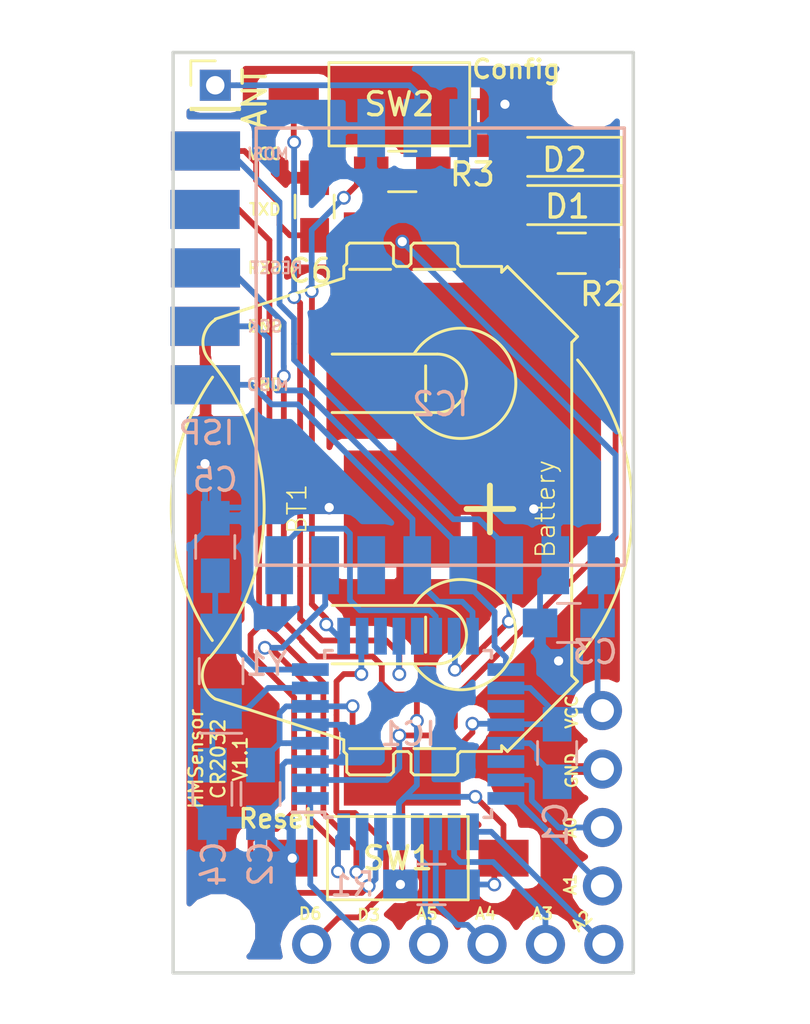
<source format=kicad_pcb>
(kicad_pcb (version 4) (host pcbnew 4.0.2-stable)

  (general
    (links 63)
    (no_connects 0)
    (area 169.924999 84.924999 190.075001 125.075001)
    (thickness 1.6)
    (drawings 25)
    (tracks 376)
    (zones 0)
    (modules 24)
    (nets 33)
  )

  (page A4)
  (layers
    (0 F.Cu signal)
    (31 B.Cu signal)
    (32 B.Adhes user)
    (33 F.Adhes user)
    (34 B.Paste user)
    (35 F.Paste user)
    (36 B.SilkS user)
    (37 F.SilkS user)
    (38 B.Mask user)
    (39 F.Mask user)
    (40 Dwgs.User user)
    (41 Cmts.User user)
    (42 Eco1.User user)
    (43 Eco2.User user)
    (44 Edge.Cuts user)
    (45 Margin user)
    (46 B.CrtYd user)
    (47 F.CrtYd user)
    (48 B.Fab user)
    (49 F.Fab user)
  )

  (setup
    (last_trace_width 0.25)
    (trace_clearance 0.2)
    (zone_clearance 0.508)
    (zone_45_only no)
    (trace_min 0.2)
    (segment_width 0.2)
    (edge_width 0.15)
    (via_size 0.6)
    (via_drill 0.4)
    (via_min_size 0.4)
    (via_min_drill 0.3)
    (uvia_size 0.3)
    (uvia_drill 0.1)
    (uvias_allowed no)
    (uvia_min_size 0.2)
    (uvia_min_drill 0.1)
    (pcb_text_width 0.3)
    (pcb_text_size 1.5 1.5)
    (mod_edge_width 0.15)
    (mod_text_size 1 1)
    (mod_text_width 0.15)
    (pad_size 3 1.7)
    (pad_drill 0)
    (pad_to_mask_clearance 0.2)
    (aux_axis_origin 0 0)
    (visible_elements 7FFFFF7F)
    (pcbplotparams
      (layerselection 0x010f0_80000001)
      (usegerberextensions true)
      (excludeedgelayer true)
      (linewidth 0.100000)
      (plotframeref false)
      (viasonmask false)
      (mode 1)
      (useauxorigin false)
      (hpglpennumber 1)
      (hpglpenspeed 20)
      (hpglpendiameter 15)
      (hpglpenoverlay 2)
      (psnegative false)
      (psa4output false)
      (plotreference true)
      (plotvalue true)
      (plotinvisibletext false)
      (padsonsilk false)
      (subtractmaskfromsilk false)
      (outputformat 1)
      (mirror false)
      (drillshape 0)
      (scaleselection 1)
      (outputdirectory gerber/))
  )

  (net 0 "")
  (net 1 VCC)
  (net 2 GND)
  (net 3 "Net-(IC1-Pad2)")
  (net 4 "Net-(IC1-Pad9)")
  (net 5 "Net-(IC1-Pad11)")
  (net 6 "Net-(IC1-Pad12)")
  (net 7 "Net-(IC1-Pad13)")
  (net 8 "Net-(IC1-Pad14)")
  (net 9 "Net-(IC1-Pad32)")
  (net 10 "Net-(IC2-Pad6)")
  (net 11 "Net-(IC2-Pad9)")
  (net 12 "Net-(D1-Pad2)")
  (net 13 "Net-(D2-Pad2)")
  (net 14 /MOSI)
  (net 15 /MISO)
  (net 16 /SCK)
  (net 17 /RESET)
  (net 18 /RXD)
  (net 19 /TXD)
  (net 20 /A0)
  (net 21 /A1)
  (net 22 /A2)
  (net 23 "Net-(P4-Pad4)")
  (net 24 /D3)
  (net 25 /A3)
  (net 26 /A4)
  (net 27 /A5)
  (net 28 /XTAL1)
  (net 29 /XTAL2)
  (net 30 "Net-(IC1-Pad19)")
  (net 31 "Net-(IC1-Pad22)")
  (net 32 /D6)

  (net_class Default "This is the default net class."
    (clearance 0.2)
    (trace_width 0.25)
    (via_dia 0.6)
    (via_drill 0.4)
    (uvia_dia 0.3)
    (uvia_drill 0.1)
    (add_net /A0)
    (add_net /A1)
    (add_net /A2)
    (add_net /A3)
    (add_net /A4)
    (add_net /A5)
    (add_net /D3)
    (add_net /D6)
    (add_net /MISO)
    (add_net /MOSI)
    (add_net /RESET)
    (add_net /RXD)
    (add_net /SCK)
    (add_net /TXD)
    (add_net /XTAL1)
    (add_net /XTAL2)
    (add_net GND)
    (add_net "Net-(D1-Pad2)")
    (add_net "Net-(D2-Pad2)")
    (add_net "Net-(IC1-Pad11)")
    (add_net "Net-(IC1-Pad12)")
    (add_net "Net-(IC1-Pad13)")
    (add_net "Net-(IC1-Pad14)")
    (add_net "Net-(IC1-Pad19)")
    (add_net "Net-(IC1-Pad2)")
    (add_net "Net-(IC1-Pad22)")
    (add_net "Net-(IC1-Pad32)")
    (add_net "Net-(IC1-Pad9)")
    (add_net "Net-(IC2-Pad6)")
    (add_net "Net-(IC2-Pad9)")
    (add_net "Net-(P4-Pad4)")
    (add_net VCC)
  )

  (module Modules:Pin_Header_Straight_1x05_Pitch2.54mm_SMD_BySide (layer B.Cu) (tedit 59160A19) (tstamp 59122297)
    (at 172.9105 94.361)
    (descr "surface-mounted straight pin header, 1x05, 2.54mm pitch, single row, style 1 (pin 1 left)")
    (tags "Surface mounted pin header SMD 1x05 2.54mm single row style1 pin1 left")
    (path /5911BC8A)
    (attr smd)
    (fp_text reference P4 (at -0.9525 7.4295) (layer B.SilkS) hide
      (effects (font (size 1 1) (thickness 0.15)) (justify mirror))
    )
    (fp_text value "ISP Bottom" (at 0 -7.41) (layer B.Fab)
      (effects (font (size 1 1) (thickness 0.15)) (justify mirror))
    )
    (fp_line (start -1.27 -2.2225) (end -2.667 -2.2225) (layer B.Fab) (width 0.1))
    (fp_line (start -2.667 -2.2225) (end -2.667 -2.8575) (layer B.Fab) (width 0.1))
    (fp_line (start -2.667 -2.8575) (end -1.27 -2.8575) (layer B.Fab) (width 0.1))
    (fp_line (start -1.27 2.8575) (end -2.667 2.8575) (layer B.Fab) (width 0.1))
    (fp_line (start -2.667 2.8575) (end -2.667 2.159) (layer B.Fab) (width 0.1))
    (fp_line (start -2.667 2.159) (end -1.27 2.159) (layer B.Fab) (width 0.1))
    (fp_line (start -3.4925 6.858) (end 0.5715 6.858) (layer B.CrtYd) (width 0.05))
    (fp_line (start -3.4925 -6.858) (end 0.5715 -6.858) (layer B.CrtYd) (width 0.05))
    (fp_line (start -1.27 6.35) (end -1.27 -6.35) (layer B.Fab) (width 0.1))
    (fp_line (start -1.27 5.4) (end -1.27 4.76) (layer B.Fab) (width 0.1))
    (fp_line (start -1.27 4.76) (end -2.65 4.76) (layer B.Fab) (width 0.1))
    (fp_line (start -2.65 4.76) (end -2.65 5.4) (layer B.Fab) (width 0.1))
    (fp_line (start -2.65 5.4) (end -1.27 5.4) (layer B.Fab) (width 0.1))
    (fp_line (start -1.27 0.32) (end -1.27 -0.32) (layer B.Fab) (width 0.1))
    (fp_line (start -1.27 -0.32) (end -2.65 -0.32) (layer B.Fab) (width 0.1))
    (fp_line (start -2.65 -0.32) (end -2.65 0.32) (layer B.Fab) (width 0.1))
    (fp_line (start -2.65 0.32) (end -1.27 0.32) (layer B.Fab) (width 0.1))
    (fp_line (start -1.27 -4.76) (end -1.27 -5.4) (layer B.Fab) (width 0.1))
    (fp_line (start -1.27 -5.4) (end -2.65 -5.4) (layer B.Fab) (width 0.1))
    (fp_line (start -2.65 -5.4) (end -2.65 -4.76) (layer B.Fab) (width 0.1))
    (fp_line (start -2.65 -4.76) (end -1.27 -4.76) (layer B.Fab) (width 0.1))
    (fp_line (start -3.5 6.85) (end -3.5 -6.85) (layer B.CrtYd) (width 0.05))
    (fp_line (start 0.579 -6.85) (end 0.579 6.85) (layer B.CrtYd) (width 0.05))
    (pad 1 smd rect (at -1.5 5.08) (size 3 1.7) (layers B.Cu B.Paste B.Mask)
      (net 15 /MISO))
    (pad 3 smd rect (at -1.5 0) (size 3 1.7) (layers B.Cu B.Paste B.Mask)
      (net 17 /RESET))
    (pad 5 smd rect (at -1.5 -5.08) (size 3 1.7) (layers B.Cu B.Paste B.Mask)
      (net 14 /MOSI))
    (pad 2 smd rect (at -1.524 2.54) (size 3 1.7) (layers B.Cu B.Paste B.Mask)
      (net 16 /SCK))
    (pad 4 smd rect (at -1.524 -2.54) (size 3 1.7) (layers B.Cu B.Paste B.Mask)
      (net 23 "Net-(P4-Pad4)"))
    (model ${KISYS3DMOD}/Pin_Headers.3dshapes/Pin_Header_Straight_1x05_Pitch2.54mm_SMD_Pin1Left.wrl
      (at (xyz 0 0 0))
      (scale (xyz 1 1 1))
      (rotate (xyz 0 0 0))
    )
  )

  (module Modules:Pin_Header_Straight_1x05_Pitch2.54mm_SMD_BySide (layer F.Cu) (tedit 59160A11) (tstamp 591222AC)
    (at 172.9105 94.361)
    (descr "surface-mounted straight pin header, 1x05, 2.54mm pitch, single row, style 1 (pin 1 left)")
    (tags "Surface mounted pin header SMD 1x05 2.54mm single row style1 pin1 left")
    (path /5911BCE7)
    (attr smd)
    (fp_text reference P5 (at -0.9525 -7.4295) (layer F.SilkS) hide
      (effects (font (size 1 1) (thickness 0.15)))
    )
    (fp_text value "ISP Top" (at 0 7.41) (layer F.Fab)
      (effects (font (size 1 1) (thickness 0.15)))
    )
    (fp_line (start -1.27 2.2225) (end -2.667 2.2225) (layer F.Fab) (width 0.1))
    (fp_line (start -2.667 2.2225) (end -2.667 2.8575) (layer F.Fab) (width 0.1))
    (fp_line (start -2.667 2.8575) (end -1.27 2.8575) (layer F.Fab) (width 0.1))
    (fp_line (start -1.27 -2.8575) (end -2.667 -2.8575) (layer F.Fab) (width 0.1))
    (fp_line (start -2.667 -2.8575) (end -2.667 -2.159) (layer F.Fab) (width 0.1))
    (fp_line (start -2.667 -2.159) (end -1.27 -2.159) (layer F.Fab) (width 0.1))
    (fp_line (start -3.4925 -6.858) (end 0.5715 -6.858) (layer F.CrtYd) (width 0.05))
    (fp_line (start -3.4925 6.858) (end 0.5715 6.858) (layer F.CrtYd) (width 0.05))
    (fp_line (start -1.27 -6.35) (end -1.27 6.35) (layer F.Fab) (width 0.1))
    (fp_line (start -1.27 -5.4) (end -1.27 -4.76) (layer F.Fab) (width 0.1))
    (fp_line (start -1.27 -4.76) (end -2.65 -4.76) (layer F.Fab) (width 0.1))
    (fp_line (start -2.65 -4.76) (end -2.65 -5.4) (layer F.Fab) (width 0.1))
    (fp_line (start -2.65 -5.4) (end -1.27 -5.4) (layer F.Fab) (width 0.1))
    (fp_line (start -1.27 -0.32) (end -1.27 0.32) (layer F.Fab) (width 0.1))
    (fp_line (start -1.27 0.32) (end -2.65 0.32) (layer F.Fab) (width 0.1))
    (fp_line (start -2.65 0.32) (end -2.65 -0.32) (layer F.Fab) (width 0.1))
    (fp_line (start -2.65 -0.32) (end -1.27 -0.32) (layer F.Fab) (width 0.1))
    (fp_line (start -1.27 4.76) (end -1.27 5.4) (layer F.Fab) (width 0.1))
    (fp_line (start -1.27 5.4) (end -2.65 5.4) (layer F.Fab) (width 0.1))
    (fp_line (start -2.65 5.4) (end -2.65 4.76) (layer F.Fab) (width 0.1))
    (fp_line (start -2.65 4.76) (end -1.27 4.76) (layer F.Fab) (width 0.1))
    (fp_line (start -3.5 -6.85) (end -3.5 6.85) (layer F.CrtYd) (width 0.05))
    (fp_line (start 0.579 6.85) (end 0.579 -6.85) (layer F.CrtYd) (width 0.05))
    (pad 1 smd rect (at -1.5 -5.08) (size 3 1.7) (layers F.Cu F.Paste F.Mask)
      (net 1 VCC))
    (pad 3 smd rect (at -1.5 0) (size 3 1.7) (layers F.Cu F.Paste F.Mask)
      (net 18 /RXD))
    (pad 5 smd rect (at -1.5 5.08) (size 3 1.7) (layers F.Cu F.Paste F.Mask)
      (net 2 GND))
    (pad 2 smd rect (at -1.524 -2.54) (size 3 1.7) (layers F.Cu F.Paste F.Mask)
      (net 19 /TXD))
    (pad 4 smd rect (at -1.524 2.54) (size 3 1.7) (layers F.Cu F.Paste F.Mask)
      (net 2 GND))
    (model ${KISYS3DMOD}/Pin_Headers.3dshapes/Pin_Header_Straight_1x05_Pitch2.54mm_SMD_Pin1Left.wrl
      (at (xyz 0 0 0))
      (scale (xyz 1 1 1))
      (rotate (xyz 0 0 0))
    )
  )

  (module Housings_QFP:TQFP-32_7x7mm_Pitch0.8mm (layer B.Cu) (tedit 5911731B) (tstamp 59105AE1)
    (at 180.213 114.6175)
    (descr "32-Lead Plastic Thin Quad Flatpack (PT) - 7x7x1.0 mm Body, 2.00 mm [TQFP] (see Microchip Packaging Specification 00000049BS.pdf)")
    (tags "QFP 0.8")
    (path /591050B1)
    (attr smd)
    (fp_text reference IC1 (at 0 0) (layer B.SilkS)
      (effects (font (size 1 1) (thickness 0.15)) (justify mirror))
    )
    (fp_text value ATMEGA328P-A (at 0 -6.05) (layer B.Fab)
      (effects (font (size 1 1) (thickness 0.15)) (justify mirror))
    )
    (fp_text user %R (at 0 0) (layer B.Fab)
      (effects (font (size 1 1) (thickness 0.15)) (justify mirror))
    )
    (fp_line (start -2.5 3.5) (end 3.5 3.5) (layer B.Fab) (width 0.15))
    (fp_line (start 3.5 3.5) (end 3.5 -3.5) (layer B.Fab) (width 0.15))
    (fp_line (start 3.5 -3.5) (end -3.5 -3.5) (layer B.Fab) (width 0.15))
    (fp_line (start -3.5 -3.5) (end -3.5 2.5) (layer B.Fab) (width 0.15))
    (fp_line (start -3.5 2.5) (end -2.5 3.5) (layer B.Fab) (width 0.15))
    (fp_line (start -5.3 5.3) (end -5.3 -5.3) (layer B.CrtYd) (width 0.05))
    (fp_line (start 5.3 5.3) (end 5.3 -5.3) (layer B.CrtYd) (width 0.05))
    (fp_line (start -5.3 5.3) (end 5.3 5.3) (layer B.CrtYd) (width 0.05))
    (fp_line (start -5.3 -5.3) (end 5.3 -5.3) (layer B.CrtYd) (width 0.05))
    (fp_line (start -3.625 3.625) (end -3.625 3.4) (layer B.SilkS) (width 0.15))
    (fp_line (start 3.625 3.625) (end 3.625 3.3) (layer B.SilkS) (width 0.15))
    (fp_line (start 3.625 -3.625) (end 3.625 -3.3) (layer B.SilkS) (width 0.15))
    (fp_line (start -3.625 -3.625) (end -3.625 -3.3) (layer B.SilkS) (width 0.15))
    (fp_line (start -3.625 3.625) (end -3.3 3.625) (layer B.SilkS) (width 0.15))
    (fp_line (start -3.625 -3.625) (end -3.3 -3.625) (layer B.SilkS) (width 0.15))
    (fp_line (start 3.625 -3.625) (end 3.3 -3.625) (layer B.SilkS) (width 0.15))
    (fp_line (start 3.625 3.625) (end 3.3 3.625) (layer B.SilkS) (width 0.15))
    (fp_line (start -3.625 3.4) (end -5.05 3.4) (layer B.SilkS) (width 0.15))
    (pad 1 smd rect (at -4.25 2.8) (size 1.6 0.55) (layers B.Cu B.Paste B.Mask)
      (net 24 /D3))
    (pad 2 smd rect (at -4.25 2) (size 1.6 0.55) (layers B.Cu B.Paste B.Mask)
      (net 3 "Net-(IC1-Pad2)"))
    (pad 3 smd rect (at -4.25 1.2) (size 1.6 0.55) (layers B.Cu B.Paste B.Mask)
      (net 2 GND))
    (pad 4 smd rect (at -4.25 0.4) (size 1.6 0.55) (layers B.Cu B.Paste B.Mask)
      (net 1 VCC))
    (pad 5 smd rect (at -4.25 -0.4) (size 1.6 0.55) (layers B.Cu B.Paste B.Mask)
      (net 2 GND))
    (pad 6 smd rect (at -4.25 -1.2) (size 1.6 0.55) (layers B.Cu B.Paste B.Mask)
      (net 1 VCC))
    (pad 7 smd rect (at -4.25 -2) (size 1.6 0.55) (layers B.Cu B.Paste B.Mask)
      (net 28 /XTAL1))
    (pad 8 smd rect (at -4.25 -2.8) (size 1.6 0.55) (layers B.Cu B.Paste B.Mask)
      (net 29 /XTAL2))
    (pad 9 smd rect (at -2.8 -4.25 270) (size 1.6 0.55) (layers B.Cu B.Paste B.Mask)
      (net 4 "Net-(IC1-Pad9)"))
    (pad 10 smd rect (at -2 -4.25 270) (size 1.6 0.55) (layers B.Cu B.Paste B.Mask)
      (net 32 /D6))
    (pad 11 smd rect (at -1.2 -4.25 270) (size 1.6 0.55) (layers B.Cu B.Paste B.Mask)
      (net 5 "Net-(IC1-Pad11)"))
    (pad 12 smd rect (at -0.4 -4.25 270) (size 1.6 0.55) (layers B.Cu B.Paste B.Mask)
      (net 6 "Net-(IC1-Pad12)"))
    (pad 13 smd rect (at 0.4 -4.25 270) (size 1.6 0.55) (layers B.Cu B.Paste B.Mask)
      (net 7 "Net-(IC1-Pad13)"))
    (pad 14 smd rect (at 1.2 -4.25 270) (size 1.6 0.55) (layers B.Cu B.Paste B.Mask)
      (net 8 "Net-(IC1-Pad14)"))
    (pad 15 smd rect (at 2 -4.25 270) (size 1.6 0.55) (layers B.Cu B.Paste B.Mask)
      (net 14 /MOSI))
    (pad 16 smd rect (at 2.8 -4.25 270) (size 1.6 0.55) (layers B.Cu B.Paste B.Mask)
      (net 15 /MISO))
    (pad 17 smd rect (at 4.25 -2.8) (size 1.6 0.55) (layers B.Cu B.Paste B.Mask)
      (net 16 /SCK))
    (pad 18 smd rect (at 4.25 -2) (size 1.6 0.55) (layers B.Cu B.Paste B.Mask)
      (net 1 VCC))
    (pad 19 smd rect (at 4.25 -1.2) (size 1.6 0.55) (layers B.Cu B.Paste B.Mask)
      (net 30 "Net-(IC1-Pad19)"))
    (pad 20 smd rect (at 4.25 -0.4) (size 1.6 0.55) (layers B.Cu B.Paste B.Mask)
      (net 1 VCC))
    (pad 21 smd rect (at 4.25 0.4) (size 1.6 0.55) (layers B.Cu B.Paste B.Mask)
      (net 2 GND))
    (pad 22 smd rect (at 4.25 1.2) (size 1.6 0.55) (layers B.Cu B.Paste B.Mask)
      (net 31 "Net-(IC1-Pad22)"))
    (pad 23 smd rect (at 4.25 2) (size 1.6 0.55) (layers B.Cu B.Paste B.Mask)
      (net 20 /A0))
    (pad 24 smd rect (at 4.25 2.8) (size 1.6 0.55) (layers B.Cu B.Paste B.Mask)
      (net 21 /A1))
    (pad 25 smd rect (at 2.8 4.25 270) (size 1.6 0.55) (layers B.Cu B.Paste B.Mask)
      (net 22 /A2))
    (pad 26 smd rect (at 2 4.25 270) (size 1.6 0.55) (layers B.Cu B.Paste B.Mask)
      (net 25 /A3))
    (pad 27 smd rect (at 1.2 4.25 270) (size 1.6 0.55) (layers B.Cu B.Paste B.Mask)
      (net 26 /A4))
    (pad 28 smd rect (at 0.4 4.25 270) (size 1.6 0.55) (layers B.Cu B.Paste B.Mask)
      (net 27 /A5))
    (pad 29 smd rect (at -0.4 4.25 270) (size 1.6 0.55) (layers B.Cu B.Paste B.Mask)
      (net 17 /RESET))
    (pad 30 smd rect (at -1.2 4.25 270) (size 1.6 0.55) (layers B.Cu B.Paste B.Mask)
      (net 18 /RXD))
    (pad 31 smd rect (at -2 4.25 270) (size 1.6 0.55) (layers B.Cu B.Paste B.Mask)
      (net 19 /TXD))
    (pad 32 smd rect (at -2.8 4.25 270) (size 1.6 0.55) (layers B.Cu B.Paste B.Mask)
      (net 9 "Net-(IC1-Pad32)"))
    (model Housings_QFP.3dshapes/TQFP-32_7x7mm_Pitch0.8mm.wrl
      (at (xyz 0 0 0))
      (scale (xyz 1 1 1))
      (rotate (xyz 0 0 0))
    )
  )

  (module Pin_Headers:Pin_Header_Straight_1x04_Pitch2.54mm (layer F.Cu) (tedit 591430B1) (tstamp 591321B7)
    (at 188.6585 113.6015)
    (descr "Through hole straight pin header, 1x04, 2.54mm pitch, single row")
    (tags "Through hole pin header THT 1x04 2.54mm single row")
    (path /591069AF)
    (fp_text reference P1 (at 0 -2.33) (layer F.SilkS) hide
      (effects (font (size 1 1) (thickness 0.15)))
    )
    (fp_text value Contacts (at 0 9.95) (layer F.Fab)
      (effects (font (size 1 1) (thickness 0.15)))
    )
    (fp_line (start -1.27 -1.27) (end -1.27 8.89) (layer F.Fab) (width 0.1))
    (fp_line (start -1.27 8.89) (end 1.27 8.89) (layer F.Fab) (width 0.1))
    (fp_line (start 1.27 8.89) (end 1.27 -1.27) (layer F.Fab) (width 0.1))
    (fp_line (start 1.27 -1.27) (end -1.27 -1.27) (layer F.Fab) (width 0.1))
    (fp_line (start -1.8 -1.8) (end -1.8 9.4) (layer F.CrtYd) (width 0.05))
    (fp_line (start -1.8 9.4) (end 1.8 9.4) (layer F.CrtYd) (width 0.05))
    (fp_line (start 1.8 9.4) (end 1.8 -1.8) (layer F.CrtYd) (width 0.05))
    (fp_line (start 1.8 -1.8) (end -1.8 -1.8) (layer F.CrtYd) (width 0.05))
    (fp_text user %R (at 0 -2.33) (layer F.Fab)
      (effects (font (size 1 1) (thickness 0.15)))
    )
    (pad 1 thru_hole circle (at 0 0) (size 1.7 1.7) (drill 1) (layers *.Cu *.Mask)
      (net 1 VCC))
    (pad 2 thru_hole oval (at 0 2.54) (size 1.7 1.7) (drill 1) (layers *.Cu *.Mask)
      (net 2 GND))
    (pad 3 thru_hole oval (at 0 5.08) (size 1.7 1.7) (drill 1) (layers *.Cu *.Mask)
      (net 20 /A0))
    (pad 4 thru_hole oval (at 0 7.62) (size 1.7 1.7) (drill 1) (layers *.Cu *.Mask)
      (net 21 /A1))
  )

  (module Pin_Headers:Pin_Header_Straight_1x06_Pitch2.54mm (layer F.Cu) (tedit 591430B8) (tstamp 591321D0)
    (at 188.722 123.7615 270)
    (descr "Through hole straight pin header, 1x06, 2.54mm pitch, single row")
    (tags "Through hole pin header THT 1x06 2.54mm single row")
    (path /59132195)
    (fp_text reference P2 (at 0 -2.33 270) (layer F.SilkS) hide
      (effects (font (size 1 1) (thickness 0.15)))
    )
    (fp_text value Contacts (at 0 15.03 270) (layer F.Fab)
      (effects (font (size 1 1) (thickness 0.15)))
    )
    (fp_line (start -1.27 -1.27) (end -1.27 13.97) (layer F.Fab) (width 0.1))
    (fp_line (start -1.27 13.97) (end 1.27 13.97) (layer F.Fab) (width 0.1))
    (fp_line (start 1.27 13.97) (end 1.27 -1.27) (layer F.Fab) (width 0.1))
    (fp_line (start 1.27 -1.27) (end -1.27 -1.27) (layer F.Fab) (width 0.1))
    (fp_line (start -1.8 -1.8) (end -1.8 14.5) (layer F.CrtYd) (width 0.05))
    (fp_line (start -1.8 14.5) (end 1.8 14.5) (layer F.CrtYd) (width 0.05))
    (fp_line (start 1.8 14.5) (end 1.8 -1.8) (layer F.CrtYd) (width 0.05))
    (fp_line (start 1.8 -1.8) (end -1.8 -1.8) (layer F.CrtYd) (width 0.05))
    (fp_text user %R (at 0 -2.33 270) (layer F.Fab)
      (effects (font (size 1 1) (thickness 0.15)))
    )
    (pad 1 thru_hole circle (at 0 0 270) (size 1.7 1.7) (drill 1) (layers *.Cu *.Mask)
      (net 22 /A2))
    (pad 2 thru_hole oval (at 0 2.54 270) (size 1.7 1.7) (drill 1) (layers *.Cu *.Mask)
      (net 25 /A3))
    (pad 3 thru_hole oval (at 0 5.08 270) (size 1.7 1.7) (drill 1) (layers *.Cu *.Mask)
      (net 26 /A4))
    (pad 4 thru_hole oval (at 0 7.62 270) (size 1.7 1.7) (drill 1) (layers *.Cu *.Mask)
      (net 27 /A5))
    (pad 5 thru_hole oval (at 0 10.16 270) (size 1.7 1.7) (drill 1) (layers *.Cu *.Mask)
      (net 24 /D3))
    (pad 6 thru_hole oval (at 0 12.7 270) (size 1.7 1.7) (drill 1) (layers *.Cu *.Mask)
      (net 32 /D6))
  )

  (module ab2_power:AB2_20MM_COIN_CELL_SMD (layer F.Cu) (tedit 55B4554E) (tstamp 59105ABD)
    (at 179.959 104.8385 90)
    (path /59120DBA)
    (fp_text reference BT1 (at 0 -4.572 90) (layer F.SilkS)
      (effects (font (size 0.8128 0.8128) (thickness 0.0762)))
    )
    (fp_text value Battery (at 0 6.223 90) (layer F.SilkS)
      (effects (font (size 0.8128 0.8128) (thickness 0.0762)))
    )
    (fp_line (start -10.414 -0.508) (end -10.414 -2.286) (layer F.SilkS) (width 0.127))
    (fp_line (start -10.414 0.508) (end -10.414 2.286) (layer F.SilkS) (width 0.127))
    (fp_line (start -10.541 -0.254) (end -10.541 0.254) (layer F.SilkS) (width 0.127))
    (fp_line (start -10.541 -0.254) (end -10.668 -0.381) (layer F.SilkS) (width 0.127))
    (fp_line (start -10.668 -0.381) (end -11.43 -0.381) (layer F.SilkS) (width 0.127))
    (fp_line (start -11.43 -0.381) (end -11.557 -0.508) (layer F.SilkS) (width 0.127))
    (fp_line (start -11.557 -0.508) (end -11.557 -2.286) (layer F.SilkS) (width 0.127))
    (fp_line (start -11.557 -2.286) (end -11.43 -2.413) (layer F.SilkS) (width 0.127))
    (fp_line (start -11.43 -2.413) (end -10.668 -2.413) (layer F.SilkS) (width 0.127))
    (fp_line (start -10.668 -2.413) (end -10.541 -2.54) (layer F.SilkS) (width 0.127))
    (fp_line (start -10.541 2.54) (end -10.668 2.413) (layer F.SilkS) (width 0.127))
    (fp_line (start -10.668 2.413) (end -11.43 2.413) (layer F.SilkS) (width 0.127))
    (fp_line (start -11.43 2.413) (end -11.557 2.286) (layer F.SilkS) (width 0.127))
    (fp_line (start -11.557 2.286) (end -11.557 0.508) (layer F.SilkS) (width 0.127))
    (fp_line (start -11.557 0.508) (end -11.43 0.381) (layer F.SilkS) (width 0.127))
    (fp_line (start -11.43 0.381) (end -10.668 0.381) (layer F.SilkS) (width 0.127))
    (fp_line (start -10.668 0.381) (end -10.541 0.254) (layer F.SilkS) (width 0.127))
    (fp_line (start 10.414 0.508) (end 10.414 2.286) (layer F.SilkS) (width 0.127))
    (fp_line (start 10.414 -2.286) (end 10.414 -0.508) (layer F.SilkS) (width 0.127))
    (fp_line (start 10.541 -0.254) (end 10.541 0.254) (layer F.SilkS) (width 0.127))
    (fp_line (start 10.541 2.54) (end 10.668 2.413) (layer F.SilkS) (width 0.127))
    (fp_line (start 10.668 2.413) (end 11.43 2.413) (layer F.SilkS) (width 0.127))
    (fp_line (start 11.43 2.413) (end 11.557 2.286) (layer F.SilkS) (width 0.127))
    (fp_line (start 11.557 2.286) (end 11.557 0.508) (layer F.SilkS) (width 0.127))
    (fp_line (start 10.541 0.254) (end 10.668 0.381) (layer F.SilkS) (width 0.127))
    (fp_line (start 10.668 0.381) (end 11.43 0.381) (layer F.SilkS) (width 0.127))
    (fp_line (start 11.43 0.381) (end 11.557 0.508) (layer F.SilkS) (width 0.127))
    (fp_line (start 11.557 -2.286) (end 11.557 -0.508) (layer F.SilkS) (width 0.127))
    (fp_line (start 11.557 -0.508) (end 11.43 -0.381) (layer F.SilkS) (width 0.127))
    (fp_line (start 11.43 -0.381) (end 10.668 -0.381) (layer F.SilkS) (width 0.127))
    (fp_line (start 10.668 -0.381) (end 10.541 -0.254) (layer F.SilkS) (width 0.127))
    (fp_line (start 10.541 -2.54) (end 10.668 -2.413) (layer F.SilkS) (width 0.127))
    (fp_line (start 10.668 -2.413) (end 11.43 -2.413) (layer F.SilkS) (width 0.127))
    (fp_line (start 11.43 -2.413) (end 11.557 -2.286) (layer F.SilkS) (width 0.127))
    (fp_line (start -6.223 1.016) (end -4.699 1.016) (layer F.SilkS) (width 0.127))
    (fp_line (start 4.699 1.016) (end 6.223 1.016) (layer F.SilkS) (width 0.127))
    (fp_arc (start 5.461 1.524) (end 5.461 2.794) (angle 90) (layer F.SilkS) (width 0.127))
    (fp_arc (start 5.461 1.524) (end 6.731 1.524) (angle 90) (layer F.SilkS) (width 0.127))
    (fp_line (start 6.731 1.524) (end 6.731 -3.048) (layer F.SilkS) (width 0.127))
    (fp_line (start 4.191 1.524) (end 4.191 -3.048) (layer F.SilkS) (width 0.127))
    (fp_arc (start 5.461 2.54) (end 6.731 0.508) (angle 295) (layer F.SilkS) (width 0.127))
    (fp_arc (start -5.461 2.54) (end -4.191 0.508) (angle 295) (layer F.SilkS) (width 0.127))
    (fp_line (start -6.731 1.524) (end -6.731 -3.048) (layer F.SilkS) (width 0.127))
    (fp_line (start -4.191 1.524) (end -4.191 -3.048) (layer F.SilkS) (width 0.127))
    (fp_arc (start -5.461 1.524) (end -4.191 1.524) (angle 90) (layer F.SilkS) (width 0.127))
    (fp_arc (start -5.461 1.524) (end -5.461 2.794) (angle 90) (layer F.SilkS) (width 0.127))
    (fp_arc (start 0 0) (end -5.715 -8.255) (angle 69.5) (layer F.SilkS) (width 0.127))
    (fp_line (start 10.033 -2.54) (end 8.255 -8.128) (layer F.SilkS) (width 0.127))
    (fp_arc (start 7.239 -7.493) (end 6.477 -8.382) (angle 97.5) (layer F.SilkS) (width 0.127))
    (fp_line (start -8.255 -8.128) (end -10.033 -2.54) (layer F.SilkS) (width 0.127))
    (fp_arc (start -7.239 -7.493) (end -8.255 -8.128) (angle 97.5) (layer F.SilkS) (width 0.127))
    (fp_line (start 10.541 -2.54) (end 10.033 -2.54) (layer F.SilkS) (width 0.127))
    (fp_line (start -10.541 -2.54) (end -10.033 -2.54) (layer F.SilkS) (width 0.127))
    (fp_line (start 10.541 4.572) (end 10.287 4.318) (layer F.SilkS) (width 0.127))
    (fp_line (start -10.541 4.572) (end -10.287 4.318) (layer F.SilkS) (width 0.127))
    (fp_line (start 10.541 4.318) (end 10.287 4.318) (layer F.SilkS) (width 0.127))
    (fp_line (start -10.541 4.318) (end -10.287 4.318) (layer F.SilkS) (width 0.127))
    (fp_arc (start 0 -16.002) (end 6.477 -8.382) (angle 80.7) (layer F.SilkS) (width 0.127))
    (fp_arc (start 0 0) (end 6.477 7.62) (angle 80.7) (layer F.SilkS) (width 0.127))
    (fp_line (start -7.239 7.366) (end 7.239 7.366) (layer F.SilkS) (width 0.127))
    (fp_line (start -10.541 4.572) (end -7.493 7.62) (layer F.SilkS) (width 0.127))
    (fp_line (start -7.493 7.62) (end -7.239 7.366) (layer F.SilkS) (width 0.127))
    (fp_line (start -10.541 4.318) (end -10.541 2.54) (layer F.SilkS) (width 0.127))
    (fp_line (start 7.493 7.62) (end 10.541 4.572) (layer F.SilkS) (width 0.127))
    (fp_line (start 7.493 7.62) (end 7.239 7.366) (layer F.SilkS) (width 0.127))
    (fp_line (start 10.541 4.318) (end 10.541 2.54) (layer F.SilkS) (width 0.127))
    (fp_line (start -1.016 3.81) (end 1.016 3.81) (layer F.SilkS) (width 0.254))
    (fp_line (start 0 4.826) (end 0 2.794) (layer F.SilkS) (width 0.254))
    (pad 1 smd rect (at 11.6205 0 90) (size 2.54 5.08) (layers F.Cu F.Paste F.Mask)
      (net 1 VCC))
    (pad 1 smd rect (at -11.6205 0 90) (size 2.54 5.08) (layers F.Cu F.Paste F.Mask)
      (net 1 VCC))
    (pad 2 smd rect (at 0 0 90) (size 5.08 5.08) (layers F.Cu F.Paste F.Mask)
      (net 2 GND))
    (model ../../../../../../Users/holger/kicad/ab2tech/KiCad/3d_models/ab2_power/AB2_20MM_COIN_CELL_SMD.x3d
      (at (xyz 0 0 0))
      (scale (xyz 0.4 0.4 0.4))
      (rotate (xyz 0 0 0))
    )
  )

  (module Modules:CC1101_Module (layer B.Cu) (tedit 588E438F) (tstamp 59105AF0)
    (at 181.61 97.282 180)
    (path /591050F9)
    (fp_text reference IC2 (at 0 -3 180) (layer B.SilkS)
      (effects (font (size 1 1) (thickness 0.15)) (justify mirror))
    )
    (fp_text value CC1101 (at 0 3 180) (layer B.Fab)
      (effects (font (size 1 1) (thickness 0.15)) (justify mirror))
    )
    (fp_line (start -8 -10) (end 8 -10) (layer B.SilkS) (width 0.15))
    (fp_line (start 8 -10) (end 8 9) (layer B.SilkS) (width 0.15))
    (fp_line (start 8 9) (end -8 9) (layer B.SilkS) (width 0.15))
    (fp_line (start -8 9) (end -8 -10) (layer B.SilkS) (width 0.15))
    (pad 1 smd rect (at -7 -10 180) (size 1.2 2.524) (layers B.Cu B.Paste B.Mask)
      (net 1 VCC))
    (pad 2 smd rect (at -5 -10 180) (size 1.2 2.524) (layers B.Cu B.Paste B.Mask)
      (net 2 GND))
    (pad 3 smd rect (at -3 -10 180) (size 1.2 2.524) (layers B.Cu B.Paste B.Mask)
      (net 14 /MOSI))
    (pad 4 smd rect (at -1 -10 180) (size 1.2 2.524) (layers B.Cu B.Paste B.Mask)
      (net 16 /SCK))
    (pad 5 smd rect (at 1 -10 180) (size 1.2 2.524) (layers B.Cu B.Paste B.Mask)
      (net 15 /MISO))
    (pad 6 smd rect (at 3 -10 180) (size 1.2 2.524) (layers B.Cu B.Paste B.Mask)
      (net 10 "Net-(IC2-Pad6)"))
    (pad 7 smd rect (at 5 -10 180) (size 1.2 2.524) (layers B.Cu B.Paste B.Mask)
      (net 9 "Net-(IC1-Pad32)"))
    (pad 8 smd rect (at 7 -10 180) (size 1.2 2.524) (layers B.Cu B.Paste B.Mask)
      (net 8 "Net-(IC1-Pad14)"))
    (pad 9 smd rect (at 1 9 180) (size 1.2 2.524) (layers B.Cu B.Paste B.Mask)
      (net 11 "Net-(IC2-Pad9)"))
    (pad 10 smd rect (at -1 9 180) (size 1.2 2.524) (layers B.Cu B.Paste B.Mask)
      (net 2 GND))
    (pad 11 smd rect (at 3 9 180) (size 1.2 2.524) (layers B.Cu B.Paste B.Mask)
      (net 2 GND))
  )

  (module Buttons_Switches_SMD:SW_SPST_FSMSM (layer F.Cu) (tedit 59121F5B) (tstamp 59105B03)
    (at 179.7685 120.015 180)
    (descr http://www.te.com/commerce/DocumentDelivery/DDEController?Action=srchrtrv&DocNm=1437566-3&DocType=Customer+Drawing&DocLang=English)
    (tags "SPST button tactile switch")
    (path /59105136)
    (attr smd)
    (fp_text reference SW1 (at 0 0 180) (layer F.SilkS)
      (effects (font (size 1 1) (thickness 0.15)))
    )
    (fp_text value Reset (at 5.2705 1.7145 180) (layer F.SilkS)
      (effects (font (size 0.8 0.8) (thickness 0.15)))
    )
    (fp_text user %R (at 0 0 180) (layer F.Fab)
      (effects (font (size 1 1) (thickness 0.15)))
    )
    (fp_line (start -1.75 -1) (end 1.75 -1) (layer F.Fab) (width 0.1))
    (fp_line (start 1.75 -1) (end 1.75 1) (layer F.Fab) (width 0.1))
    (fp_line (start 1.75 1) (end -1.75 1) (layer F.Fab) (width 0.1))
    (fp_line (start -1.75 1) (end -1.75 -1) (layer F.Fab) (width 0.1))
    (fp_line (start -3.06 -1.81) (end 3.06 -1.81) (layer F.SilkS) (width 0.12))
    (fp_line (start 3.06 -1.81) (end 3.06 1.81) (layer F.SilkS) (width 0.12))
    (fp_line (start 3.06 1.81) (end -3.06 1.81) (layer F.SilkS) (width 0.12))
    (fp_line (start -3.06 1.81) (end -3.06 -1.81) (layer F.SilkS) (width 0.12))
    (fp_line (start -1.5 0.8) (end 1.5 0.8) (layer F.Fab) (width 0.1))
    (fp_line (start -1.5 -0.8) (end 1.5 -0.8) (layer F.Fab) (width 0.1))
    (fp_line (start 1.5 -0.8) (end 1.5 0.8) (layer F.Fab) (width 0.1))
    (fp_line (start -1.5 -0.8) (end -1.5 0.8) (layer F.Fab) (width 0.1))
    (fp_line (start -5.95 2) (end 5.95 2) (layer F.CrtYd) (width 0.05))
    (fp_line (start 5.95 -2) (end 5.95 2) (layer F.CrtYd) (width 0.05))
    (fp_line (start -3 1.75) (end 3 1.75) (layer F.Fab) (width 0.1))
    (fp_line (start -3 -1.75) (end 3 -1.75) (layer F.Fab) (width 0.1))
    (fp_line (start -3 -1.75) (end -3 1.75) (layer F.Fab) (width 0.1))
    (fp_line (start 3 -1.75) (end 3 1.75) (layer F.Fab) (width 0.1))
    (fp_line (start -5.95 -2) (end -5.95 2) (layer F.CrtYd) (width 0.05))
    (fp_line (start -5.95 -2) (end 5.95 -2) (layer F.CrtYd) (width 0.05))
    (pad 1 smd rect (at -4.59 0 180) (size 2.18 1.6) (layers F.Cu F.Paste F.Mask)
      (net 17 /RESET))
    (pad 2 smd rect (at 4.59 0 180) (size 2.18 1.6) (layers F.Cu F.Paste F.Mask)
      (net 2 GND))
    (model Buttons_Switches_SMD.3dshapes/SW_SPST_FSMSM.wrl
      (at (xyz 0 0 0))
      (scale (xyz 1 1 1))
      (rotate (xyz 0 0 0))
    )
  )

  (module Buttons_Switches_SMD:SW_SPST_FSMSM (layer F.Cu) (tedit 5911CD63) (tstamp 59105B09)
    (at 179.832 87.249)
    (descr http://www.te.com/commerce/DocumentDelivery/DDEController?Action=srchrtrv&DocNm=1437566-3&DocType=Customer+Drawing&DocLang=English)
    (tags "SPST button tactile switch")
    (path /591051B2)
    (attr smd)
    (fp_text reference SW2 (at 0 0) (layer F.SilkS)
      (effects (font (size 1 1) (thickness 0.15)))
    )
    (fp_text value Config (at 5.08 -1.524) (layer F.SilkS)
      (effects (font (size 0.8 0.8) (thickness 0.15)))
    )
    (fp_text user %R (at 0 0) (layer F.Fab)
      (effects (font (size 1 1) (thickness 0.15)))
    )
    (fp_line (start -1.75 -1) (end 1.75 -1) (layer F.Fab) (width 0.1))
    (fp_line (start 1.75 -1) (end 1.75 1) (layer F.Fab) (width 0.1))
    (fp_line (start 1.75 1) (end -1.75 1) (layer F.Fab) (width 0.1))
    (fp_line (start -1.75 1) (end -1.75 -1) (layer F.Fab) (width 0.1))
    (fp_line (start -3.06 -1.81) (end 3.06 -1.81) (layer F.SilkS) (width 0.12))
    (fp_line (start 3.06 -1.81) (end 3.06 1.81) (layer F.SilkS) (width 0.12))
    (fp_line (start 3.06 1.81) (end -3.06 1.81) (layer F.SilkS) (width 0.12))
    (fp_line (start -3.06 1.81) (end -3.06 -1.81) (layer F.SilkS) (width 0.12))
    (fp_line (start -1.5 0.8) (end 1.5 0.8) (layer F.Fab) (width 0.1))
    (fp_line (start -1.5 -0.8) (end 1.5 -0.8) (layer F.Fab) (width 0.1))
    (fp_line (start 1.5 -0.8) (end 1.5 0.8) (layer F.Fab) (width 0.1))
    (fp_line (start -1.5 -0.8) (end -1.5 0.8) (layer F.Fab) (width 0.1))
    (fp_line (start -5.95 2) (end 5.95 2) (layer F.CrtYd) (width 0.05))
    (fp_line (start 5.95 -2) (end 5.95 2) (layer F.CrtYd) (width 0.05))
    (fp_line (start -3 1.75) (end 3 1.75) (layer F.Fab) (width 0.1))
    (fp_line (start -3 -1.75) (end 3 -1.75) (layer F.Fab) (width 0.1))
    (fp_line (start -3 -1.75) (end -3 1.75) (layer F.Fab) (width 0.1))
    (fp_line (start 3 -1.75) (end 3 1.75) (layer F.Fab) (width 0.1))
    (fp_line (start -5.95 -2) (end -5.95 2) (layer F.CrtYd) (width 0.05))
    (fp_line (start -5.95 -2) (end 5.95 -2) (layer F.CrtYd) (width 0.05))
    (pad 1 smd rect (at -4.59 0) (size 2.18 1.6) (layers F.Cu F.Paste F.Mask)
      (net 6 "Net-(IC1-Pad12)"))
    (pad 2 smd rect (at 4.59 0) (size 2.18 1.6) (layers F.Cu F.Paste F.Mask)
      (net 2 GND))
    (model Buttons_Switches_SMD.3dshapes/SW_SPST_FSMSM.wrl
      (at (xyz 0 0 0))
      (scale (xyz 1 1 1))
      (rotate (xyz 0 0 0))
    )
  )

  (module Capacitors_SMD:C_0805_HandSoldering (layer B.Cu) (tedit 59143143) (tstamp 59105BA5)
    (at 186.69 115.443 270)
    (descr "Capacitor SMD 0805, hand soldering")
    (tags "capacitor 0805")
    (path /5910567F)
    (attr smd)
    (fp_text reference C1 (at 3.1115 0.0635 450) (layer B.SilkS)
      (effects (font (size 1 1) (thickness 0.15)) (justify mirror))
    )
    (fp_text value 100n (at 0 -1.75 270) (layer B.Fab)
      (effects (font (size 1 1) (thickness 0.15)) (justify mirror))
    )
    (fp_text user %R (at 3.1115 0.0635 450) (layer B.Fab)
      (effects (font (size 1 1) (thickness 0.15)) (justify mirror))
    )
    (fp_line (start -1 -0.62) (end -1 0.62) (layer B.Fab) (width 0.1))
    (fp_line (start 1 -0.62) (end -1 -0.62) (layer B.Fab) (width 0.1))
    (fp_line (start 1 0.62) (end 1 -0.62) (layer B.Fab) (width 0.1))
    (fp_line (start -1 0.62) (end 1 0.62) (layer B.Fab) (width 0.1))
    (fp_line (start 0.5 0.85) (end -0.5 0.85) (layer B.SilkS) (width 0.12))
    (fp_line (start -0.5 -0.85) (end 0.5 -0.85) (layer B.SilkS) (width 0.12))
    (fp_line (start -2.25 0.88) (end 2.25 0.88) (layer B.CrtYd) (width 0.05))
    (fp_line (start -2.25 0.88) (end -2.25 -0.87) (layer B.CrtYd) (width 0.05))
    (fp_line (start 2.25 -0.87) (end 2.25 0.88) (layer B.CrtYd) (width 0.05))
    (fp_line (start 2.25 -0.87) (end -2.25 -0.87) (layer B.CrtYd) (width 0.05))
    (pad 1 smd rect (at -1.25 0 270) (size 1.5 1.25) (layers B.Cu B.Paste B.Mask)
      (net 1 VCC))
    (pad 2 smd rect (at 1.25 0 270) (size 1.5 1.25) (layers B.Cu B.Paste B.Mask)
      (net 2 GND))
    (model Capacitors_SMD.3dshapes/C_0805.wrl
      (at (xyz 0 0 0))
      (scale (xyz 1 1 1))
      (rotate (xyz 0 0 0))
    )
  )

  (module Capacitors_SMD:C_0805_HandSoldering (layer B.Cu) (tedit 59143108) (tstamp 59105BAB)
    (at 173.7995 117.221 270)
    (descr "Capacitor SMD 0805, hand soldering")
    (tags "capacitor 0805")
    (path /59105700)
    (attr smd)
    (fp_text reference C2 (at 3.048 0 270) (layer B.SilkS)
      (effects (font (size 1 1) (thickness 0.15)) (justify mirror))
    )
    (fp_text value 100n (at 0 -1.75 270) (layer B.Fab)
      (effects (font (size 1 1) (thickness 0.15)) (justify mirror))
    )
    (fp_text user %R (at 3.048 0 270) (layer B.Fab)
      (effects (font (size 1 1) (thickness 0.15)) (justify mirror))
    )
    (fp_line (start -1 -0.62) (end -1 0.62) (layer B.Fab) (width 0.1))
    (fp_line (start 1 -0.62) (end -1 -0.62) (layer B.Fab) (width 0.1))
    (fp_line (start 1 0.62) (end 1 -0.62) (layer B.Fab) (width 0.1))
    (fp_line (start -1 0.62) (end 1 0.62) (layer B.Fab) (width 0.1))
    (fp_line (start 0.5 0.85) (end -0.5 0.85) (layer B.SilkS) (width 0.12))
    (fp_line (start -0.5 -0.85) (end 0.5 -0.85) (layer B.SilkS) (width 0.12))
    (fp_line (start -2.25 0.88) (end 2.25 0.88) (layer B.CrtYd) (width 0.05))
    (fp_line (start -2.25 0.88) (end -2.25 -0.87) (layer B.CrtYd) (width 0.05))
    (fp_line (start 2.25 -0.87) (end 2.25 0.88) (layer B.CrtYd) (width 0.05))
    (fp_line (start 2.25 -0.87) (end -2.25 -0.87) (layer B.CrtYd) (width 0.05))
    (pad 1 smd rect (at -1.25 0 270) (size 1.5 1.25) (layers B.Cu B.Paste B.Mask)
      (net 1 VCC))
    (pad 2 smd rect (at 1.25 0 270) (size 1.5 1.25) (layers B.Cu B.Paste B.Mask)
      (net 2 GND))
    (model Capacitors_SMD.3dshapes/C_0805.wrl
      (at (xyz 0 0 0))
      (scale (xyz 1 1 1))
      (rotate (xyz 0 0 0))
    )
  )

  (module Capacitors_SMD:C_0805_HandSoldering (layer B.Cu) (tedit 5911CC91) (tstamp 59105BB1)
    (at 187.198 109.7915 180)
    (descr "Capacitor SMD 0805, hand soldering")
    (tags "capacitor 0805")
    (path /5910572D)
    (attr smd)
    (fp_text reference C3 (at -1.143 -1.27 180) (layer B.SilkS)
      (effects (font (size 1 1) (thickness 0.15)) (justify mirror))
    )
    (fp_text value 100n (at 0 -1.75 180) (layer B.Fab)
      (effects (font (size 1 1) (thickness 0.15)) (justify mirror))
    )
    (fp_text user %R (at -1.143 -1.27 180) (layer B.Fab)
      (effects (font (size 1 1) (thickness 0.15)) (justify mirror))
    )
    (fp_line (start -1 -0.62) (end -1 0.62) (layer B.Fab) (width 0.1))
    (fp_line (start 1 -0.62) (end -1 -0.62) (layer B.Fab) (width 0.1))
    (fp_line (start 1 0.62) (end 1 -0.62) (layer B.Fab) (width 0.1))
    (fp_line (start -1 0.62) (end 1 0.62) (layer B.Fab) (width 0.1))
    (fp_line (start 0.5 0.85) (end -0.5 0.85) (layer B.SilkS) (width 0.12))
    (fp_line (start -0.5 -0.85) (end 0.5 -0.85) (layer B.SilkS) (width 0.12))
    (fp_line (start -2.25 0.88) (end 2.25 0.88) (layer B.CrtYd) (width 0.05))
    (fp_line (start -2.25 0.88) (end -2.25 -0.87) (layer B.CrtYd) (width 0.05))
    (fp_line (start 2.25 -0.87) (end 2.25 0.88) (layer B.CrtYd) (width 0.05))
    (fp_line (start 2.25 -0.87) (end -2.25 -0.87) (layer B.CrtYd) (width 0.05))
    (pad 1 smd rect (at -1.25 0 180) (size 1.5 1.25) (layers B.Cu B.Paste B.Mask)
      (net 1 VCC))
    (pad 2 smd rect (at 1.25 0 180) (size 1.5 1.25) (layers B.Cu B.Paste B.Mask)
      (net 2 GND))
    (model Capacitors_SMD.3dshapes/C_0805.wrl
      (at (xyz 0 0 0))
      (scale (xyz 1 1 1))
      (rotate (xyz 0 0 0))
    )
  )

  (module LEDs:LED_1206 (layer F.Cu) (tedit 59121EA8) (tstamp 59105BB7)
    (at 187.0075 91.6305 180)
    (descr "LED 1206 smd package")
    (tags "LED led 1206 SMD smd SMT smt smdled SMDLED smtled SMTLED")
    (path /59105752)
    (attr smd)
    (fp_text reference D1 (at -0.127 -0.0635 180) (layer F.SilkS)
      (effects (font (size 1 1) (thickness 0.15)))
    )
    (fp_text value "LED Red" (at 0 1.7 180) (layer F.Fab)
      (effects (font (size 1 1) (thickness 0.15)))
    )
    (fp_line (start -2.5 -0.85) (end -2.5 0.85) (layer F.SilkS) (width 0.12))
    (fp_line (start -0.45 -0.4) (end -0.45 0.4) (layer F.Fab) (width 0.1))
    (fp_line (start -0.4 0) (end 0.2 -0.4) (layer F.Fab) (width 0.1))
    (fp_line (start 0.2 0.4) (end -0.4 0) (layer F.Fab) (width 0.1))
    (fp_line (start 0.2 -0.4) (end 0.2 0.4) (layer F.Fab) (width 0.1))
    (fp_line (start 1.6 0.8) (end -1.6 0.8) (layer F.Fab) (width 0.1))
    (fp_line (start 1.6 -0.8) (end 1.6 0.8) (layer F.Fab) (width 0.1))
    (fp_line (start -1.6 -0.8) (end 1.6 -0.8) (layer F.Fab) (width 0.1))
    (fp_line (start -1.6 0.8) (end -1.6 -0.8) (layer F.Fab) (width 0.1))
    (fp_line (start -2.45 0.85) (end 1.6 0.85) (layer F.SilkS) (width 0.12))
    (fp_line (start -2.45 -0.85) (end 1.6 -0.85) (layer F.SilkS) (width 0.12))
    (fp_line (start 2.65 -1) (end 2.65 1) (layer F.CrtYd) (width 0.05))
    (fp_line (start 2.65 1) (end -2.65 1) (layer F.CrtYd) (width 0.05))
    (fp_line (start -2.65 1) (end -2.65 -1) (layer F.CrtYd) (width 0.05))
    (fp_line (start -2.65 -1) (end 2.65 -1) (layer F.CrtYd) (width 0.05))
    (pad 2 smd rect (at 1.65 0) (size 1.5 1.5) (layers F.Cu F.Paste F.Mask)
      (net 12 "Net-(D1-Pad2)"))
    (pad 1 smd rect (at -1.65 0) (size 1.5 1.5) (layers F.Cu F.Paste F.Mask)
      (net 2 GND))
    (model LEDs.3dshapes/LED_1206.wrl
      (at (xyz 0 0 0))
      (scale (xyz 1 1 1))
      (rotate (xyz 0 0 180))
    )
  )

  (module LEDs:LED_1206 (layer F.Cu) (tedit 59121E93) (tstamp 59105BBD)
    (at 187.0075 89.535 180)
    (descr "LED 1206 smd package")
    (tags "LED led 1206 SMD smd SMT smt smdled SMDLED smtled SMTLED")
    (path /591057B3)
    (attr smd)
    (fp_text reference D2 (at 0 -0.127 180) (layer F.SilkS)
      (effects (font (size 1 1) (thickness 0.15)))
    )
    (fp_text value "LED Green" (at 0 1.7 180) (layer F.Fab)
      (effects (font (size 1 1) (thickness 0.15)))
    )
    (fp_line (start -2.5 -0.85) (end -2.5 0.85) (layer F.SilkS) (width 0.12))
    (fp_line (start -0.45 -0.4) (end -0.45 0.4) (layer F.Fab) (width 0.1))
    (fp_line (start -0.4 0) (end 0.2 -0.4) (layer F.Fab) (width 0.1))
    (fp_line (start 0.2 0.4) (end -0.4 0) (layer F.Fab) (width 0.1))
    (fp_line (start 0.2 -0.4) (end 0.2 0.4) (layer F.Fab) (width 0.1))
    (fp_line (start 1.6 0.8) (end -1.6 0.8) (layer F.Fab) (width 0.1))
    (fp_line (start 1.6 -0.8) (end 1.6 0.8) (layer F.Fab) (width 0.1))
    (fp_line (start -1.6 -0.8) (end 1.6 -0.8) (layer F.Fab) (width 0.1))
    (fp_line (start -1.6 0.8) (end -1.6 -0.8) (layer F.Fab) (width 0.1))
    (fp_line (start -2.45 0.85) (end 1.6 0.85) (layer F.SilkS) (width 0.12))
    (fp_line (start -2.45 -0.85) (end 1.6 -0.85) (layer F.SilkS) (width 0.12))
    (fp_line (start 2.65 -1) (end 2.65 1) (layer F.CrtYd) (width 0.05))
    (fp_line (start 2.65 1) (end -2.65 1) (layer F.CrtYd) (width 0.05))
    (fp_line (start -2.65 1) (end -2.65 -1) (layer F.CrtYd) (width 0.05))
    (fp_line (start -2.65 -1) (end 2.65 -1) (layer F.CrtYd) (width 0.05))
    (pad 2 smd rect (at 1.65 0) (size 1.5 1.5) (layers F.Cu F.Paste F.Mask)
      (net 13 "Net-(D2-Pad2)"))
    (pad 1 smd rect (at -1.65 0) (size 1.5 1.5) (layers F.Cu F.Paste F.Mask)
      (net 2 GND))
    (model LEDs.3dshapes/LED_1206.wrl
      (at (xyz 0 0 0))
      (scale (xyz 1 1 1))
      (rotate (xyz 0 0 180))
    )
  )

  (module Resistors_SMD:R_0805_HandSoldering (layer B.Cu) (tedit 59117335) (tstamp 59105BC3)
    (at 181.229 121.158)
    (descr "Resistor SMD 0805, hand soldering")
    (tags "resistor 0805")
    (path /591057F4)
    (attr smd)
    (fp_text reference R1 (at -3.429 0) (layer B.SilkS)
      (effects (font (size 1 1) (thickness 0.15)) (justify mirror))
    )
    (fp_text value 10k (at 0 -1.75) (layer B.Fab)
      (effects (font (size 1 1) (thickness 0.15)) (justify mirror))
    )
    (fp_text user %R (at 0 0) (layer B.Fab)
      (effects (font (size 0.5 0.5) (thickness 0.075)) (justify mirror))
    )
    (fp_line (start -1 -0.62) (end -1 0.62) (layer B.Fab) (width 0.1))
    (fp_line (start 1 -0.62) (end -1 -0.62) (layer B.Fab) (width 0.1))
    (fp_line (start 1 0.62) (end 1 -0.62) (layer B.Fab) (width 0.1))
    (fp_line (start -1 0.62) (end 1 0.62) (layer B.Fab) (width 0.1))
    (fp_line (start 0.6 -0.88) (end -0.6 -0.88) (layer B.SilkS) (width 0.12))
    (fp_line (start -0.6 0.88) (end 0.6 0.88) (layer B.SilkS) (width 0.12))
    (fp_line (start -2.35 0.9) (end 2.35 0.9) (layer B.CrtYd) (width 0.05))
    (fp_line (start -2.35 0.9) (end -2.35 -0.9) (layer B.CrtYd) (width 0.05))
    (fp_line (start 2.35 -0.9) (end 2.35 0.9) (layer B.CrtYd) (width 0.05))
    (fp_line (start 2.35 -0.9) (end -2.35 -0.9) (layer B.CrtYd) (width 0.05))
    (pad 1 smd rect (at -1.35 0) (size 1.5 1.3) (layers B.Cu B.Paste B.Mask)
      (net 1 VCC))
    (pad 2 smd rect (at 1.35 0) (size 1.5 1.3) (layers B.Cu B.Paste B.Mask)
      (net 17 /RESET))
    (model ${KISYS3DMOD}/Resistors_SMD.3dshapes/R_0805.wrl
      (at (xyz 0 0 0))
      (scale (xyz 1 1 1))
      (rotate (xyz 0 0 0))
    )
  )

  (module Resistors_SMD:R_0805_HandSoldering (layer F.Cu) (tedit 59121E64) (tstamp 59105BC9)
    (at 187.325 93.726)
    (descr "Resistor SMD 0805, hand soldering")
    (tags "resistor 0805")
    (path /5910582F)
    (attr smd)
    (fp_text reference R2 (at 1.3335 1.778) (layer F.SilkS)
      (effects (font (size 1 1) (thickness 0.15)))
    )
    (fp_text value 1k5 (at 0 1.75) (layer F.Fab)
      (effects (font (size 1 1) (thickness 0.15)))
    )
    (fp_text user %R (at 0 0) (layer F.Fab)
      (effects (font (size 0.5 0.5) (thickness 0.075)))
    )
    (fp_line (start -1 0.62) (end -1 -0.62) (layer F.Fab) (width 0.1))
    (fp_line (start 1 0.62) (end -1 0.62) (layer F.Fab) (width 0.1))
    (fp_line (start 1 -0.62) (end 1 0.62) (layer F.Fab) (width 0.1))
    (fp_line (start -1 -0.62) (end 1 -0.62) (layer F.Fab) (width 0.1))
    (fp_line (start 0.6 0.88) (end -0.6 0.88) (layer F.SilkS) (width 0.12))
    (fp_line (start -0.6 -0.88) (end 0.6 -0.88) (layer F.SilkS) (width 0.12))
    (fp_line (start -2.35 -0.9) (end 2.35 -0.9) (layer F.CrtYd) (width 0.05))
    (fp_line (start -2.35 -0.9) (end -2.35 0.9) (layer F.CrtYd) (width 0.05))
    (fp_line (start 2.35 0.9) (end 2.35 -0.9) (layer F.CrtYd) (width 0.05))
    (fp_line (start 2.35 0.9) (end -2.35 0.9) (layer F.CrtYd) (width 0.05))
    (pad 1 smd rect (at -1.35 0) (size 1.5 1.3) (layers F.Cu F.Paste F.Mask)
      (net 12 "Net-(D1-Pad2)"))
    (pad 2 smd rect (at 1.35 0) (size 1.5 1.3) (layers F.Cu F.Paste F.Mask)
      (net 3 "Net-(IC1-Pad2)"))
    (model ${KISYS3DMOD}/Resistors_SMD.3dshapes/R_0805.wrl
      (at (xyz 0 0 0))
      (scale (xyz 1 1 1))
      (rotate (xyz 0 0 0))
    )
  )

  (module Resistors_SMD:R_0805_HandSoldering (layer F.Cu) (tedit 59121E41) (tstamp 59105BCF)
    (at 179.959 90.17 180)
    (descr "Resistor SMD 0805, hand soldering")
    (tags "resistor 0805")
    (path /5910585E)
    (attr smd)
    (fp_text reference R3 (at -3.048 -0.127 360) (layer F.SilkS)
      (effects (font (size 1 1) (thickness 0.15)))
    )
    (fp_text value 1k5 (at 0 1.75 180) (layer F.Fab)
      (effects (font (size 1 1) (thickness 0.15)))
    )
    (fp_text user %R (at 0 0 180) (layer F.Fab)
      (effects (font (size 0.5 0.5) (thickness 0.075)))
    )
    (fp_line (start -1 0.62) (end -1 -0.62) (layer F.Fab) (width 0.1))
    (fp_line (start 1 0.62) (end -1 0.62) (layer F.Fab) (width 0.1))
    (fp_line (start 1 -0.62) (end 1 0.62) (layer F.Fab) (width 0.1))
    (fp_line (start -1 -0.62) (end 1 -0.62) (layer F.Fab) (width 0.1))
    (fp_line (start 0.6 0.88) (end -0.6 0.88) (layer F.SilkS) (width 0.12))
    (fp_line (start -0.6 -0.88) (end 0.6 -0.88) (layer F.SilkS) (width 0.12))
    (fp_line (start -2.35 -0.9) (end 2.35 -0.9) (layer F.CrtYd) (width 0.05))
    (fp_line (start -2.35 -0.9) (end -2.35 0.9) (layer F.CrtYd) (width 0.05))
    (fp_line (start 2.35 0.9) (end 2.35 -0.9) (layer F.CrtYd) (width 0.05))
    (fp_line (start 2.35 0.9) (end -2.35 0.9) (layer F.CrtYd) (width 0.05))
    (pad 1 smd rect (at -1.35 0 180) (size 1.5 1.3) (layers F.Cu F.Paste F.Mask)
      (net 13 "Net-(D2-Pad2)"))
    (pad 2 smd rect (at 1.35 0 180) (size 1.5 1.3) (layers F.Cu F.Paste F.Mask)
      (net 4 "Net-(IC1-Pad9)"))
    (model ${KISYS3DMOD}/Resistors_SMD.3dshapes/R_0805.wrl
      (at (xyz 0 0 0))
      (scale (xyz 1 1 1))
      (rotate (xyz 0 0 0))
    )
  )

  (module Capacitors_SMD:C_0805_HandSoldering (layer B.Cu) (tedit 59143113) (tstamp 59119032)
    (at 171.704 117.221 270)
    (descr "Capacitor SMD 0805, hand soldering")
    (tags "capacitor 0805")
    (path /59119291)
    (attr smd)
    (fp_text reference C4 (at 3.048 -0.0635 270) (layer B.SilkS)
      (effects (font (size 1 1) (thickness 0.15)) (justify mirror))
    )
    (fp_text value 9p (at 0 -1.75 270) (layer B.Fab)
      (effects (font (size 1 1) (thickness 0.15)) (justify mirror))
    )
    (fp_text user %R (at 3.048 -0.0635 270) (layer B.Fab)
      (effects (font (size 1 1) (thickness 0.15)) (justify mirror))
    )
    (fp_line (start -1 -0.62) (end -1 0.62) (layer B.Fab) (width 0.1))
    (fp_line (start 1 -0.62) (end -1 -0.62) (layer B.Fab) (width 0.1))
    (fp_line (start 1 0.62) (end 1 -0.62) (layer B.Fab) (width 0.1))
    (fp_line (start -1 0.62) (end 1 0.62) (layer B.Fab) (width 0.1))
    (fp_line (start 0.5 0.85) (end -0.5 0.85) (layer B.SilkS) (width 0.12))
    (fp_line (start -0.5 -0.85) (end 0.5 -0.85) (layer B.SilkS) (width 0.12))
    (fp_line (start -2.25 0.88) (end 2.25 0.88) (layer B.CrtYd) (width 0.05))
    (fp_line (start -2.25 0.88) (end -2.25 -0.87) (layer B.CrtYd) (width 0.05))
    (fp_line (start 2.25 -0.87) (end 2.25 0.88) (layer B.CrtYd) (width 0.05))
    (fp_line (start 2.25 -0.87) (end -2.25 -0.87) (layer B.CrtYd) (width 0.05))
    (pad 1 smd rect (at -1.25 0 270) (size 1.5 1.25) (layers B.Cu B.Paste B.Mask)
      (net 28 /XTAL1))
    (pad 2 smd rect (at 1.25 0 270) (size 1.5 1.25) (layers B.Cu B.Paste B.Mask)
      (net 2 GND))
    (model Capacitors_SMD.3dshapes/C_0805.wrl
      (at (xyz 0 0 0))
      (scale (xyz 1 1 1))
      (rotate (xyz 0 0 0))
    )
  )

  (module Capacitors_SMD:C_0805_HandSoldering (layer B.Cu) (tedit 5911CC17) (tstamp 59119038)
    (at 171.831 106.4895 90)
    (descr "Capacitor SMD 0805, hand soldering")
    (tags "capacitor 0805")
    (path /591192E4)
    (attr smd)
    (fp_text reference C5 (at 2.921 0 180) (layer B.SilkS)
      (effects (font (size 1 1) (thickness 0.15)) (justify mirror))
    )
    (fp_text value 9p (at 0 -1.75 90) (layer B.Fab)
      (effects (font (size 1 1) (thickness 0.15)) (justify mirror))
    )
    (fp_text user %R (at 2.921 0 180) (layer B.Fab)
      (effects (font (size 1 1) (thickness 0.15)) (justify mirror))
    )
    (fp_line (start -1 -0.62) (end -1 0.62) (layer B.Fab) (width 0.1))
    (fp_line (start 1 -0.62) (end -1 -0.62) (layer B.Fab) (width 0.1))
    (fp_line (start 1 0.62) (end 1 -0.62) (layer B.Fab) (width 0.1))
    (fp_line (start -1 0.62) (end 1 0.62) (layer B.Fab) (width 0.1))
    (fp_line (start 0.5 0.85) (end -0.5 0.85) (layer B.SilkS) (width 0.12))
    (fp_line (start -0.5 -0.85) (end 0.5 -0.85) (layer B.SilkS) (width 0.12))
    (fp_line (start -2.25 0.88) (end 2.25 0.88) (layer B.CrtYd) (width 0.05))
    (fp_line (start -2.25 0.88) (end -2.25 -0.87) (layer B.CrtYd) (width 0.05))
    (fp_line (start 2.25 -0.87) (end 2.25 0.88) (layer B.CrtYd) (width 0.05))
    (fp_line (start 2.25 -0.87) (end -2.25 -0.87) (layer B.CrtYd) (width 0.05))
    (pad 1 smd rect (at -1.25 0 90) (size 1.5 1.25) (layers B.Cu B.Paste B.Mask)
      (net 29 /XTAL2))
    (pad 2 smd rect (at 1.25 0 90) (size 1.5 1.25) (layers B.Cu B.Paste B.Mask)
      (net 2 GND))
    (model Capacitors_SMD.3dshapes/C_0805.wrl
      (at (xyz 0 0 0))
      (scale (xyz 1 1 1))
      (rotate (xyz 0 0 0))
    )
  )

  (module Crystals:Crystal_SMD_MicroCrystal_CC7V-T1A-2pin_3.2x1.5mm_HandSoldering (layer B.Cu) (tedit 591430F5) (tstamp 5911903E)
    (at 172.085 111.887 90)
    (descr "SMD Crystal MicroCrystal CC7V-T1A/CM7V-T1A series http://www.microcrystal.com/images/_Product-Documentation/01_TF_ceramic_Packages/01_Datasheet/CC1V-T1A.pdf, hand-soldering, 3.2x1.5mm^2 package")
    (tags "SMD SMT crystal hand-soldering")
    (path /59119102)
    (attr smd)
    (fp_text reference Y1 (at 0.3175 1.9685 180) (layer B.SilkS)
      (effects (font (size 1 1) (thickness 0.15)) (justify mirror))
    )
    (fp_text value 32kHz (at 0 -1.95 90) (layer B.Fab)
      (effects (font (size 1 1) (thickness 0.15)) (justify mirror))
    )
    (fp_text user %R (at 0 0 90) (layer B.Fab)
      (effects (font (size 0.7 0.7) (thickness 0.105)) (justify mirror))
    )
    (fp_line (start -1.6 0.75) (end -1.6 -0.75) (layer B.Fab) (width 0.1))
    (fp_line (start -1.6 -0.75) (end 1.6 -0.75) (layer B.Fab) (width 0.1))
    (fp_line (start 1.6 -0.75) (end 1.6 0.75) (layer B.Fab) (width 0.1))
    (fp_line (start 1.6 0.75) (end -1.6 0.75) (layer B.Fab) (width 0.1))
    (fp_line (start -1.6 -0.25) (end -1.1 -0.75) (layer B.Fab) (width 0.1))
    (fp_line (start -0.55 0.95) (end 0.55 0.95) (layer B.SilkS) (width 0.12))
    (fp_line (start -0.55 -0.95) (end 0.55 -0.95) (layer B.SilkS) (width 0.12))
    (fp_line (start -2.7 0.9) (end -2.7 -0.9) (layer B.SilkS) (width 0.12))
    (fp_line (start -2.8 1.2) (end -2.8 -1.2) (layer B.CrtYd) (width 0.05))
    (fp_line (start -2.8 -1.2) (end 2.8 -1.2) (layer B.CrtYd) (width 0.05))
    (fp_line (start 2.8 -1.2) (end 2.8 1.2) (layer B.CrtYd) (width 0.05))
    (fp_line (start 2.8 1.2) (end -2.8 1.2) (layer B.CrtYd) (width 0.05))
    (pad 1 smd rect (at -1.625 0 90) (size 1.75 1.8) (layers B.Cu B.Paste B.Mask)
      (net 28 /XTAL1))
    (pad 2 smd rect (at 1.625 0 90) (size 1.75 1.8) (layers B.Cu B.Paste B.Mask)
      (net 29 /XTAL2))
    (model ../../../../../../Users/holger/kicad/kicad-library/modules/packages3d/Crystals.3dshapes/Crystal_SMD_5032-2pin_5.0x3.2mm.wrl
      (at (xyz 0 0 0))
      (scale (xyz 0.3 0.3 0.3))
      (rotate (xyz 0 0 0))
    )
  )

  (module Mounting_Holes:MountingHole_2.2mm_M2 (layer F.Cu) (tedit 5911C9BB) (tstamp 5911C966)
    (at 188.087 86.741)
    (descr "Mounting Hole 2.2mm, no annular, M2")
    (tags "mounting hole 2.2mm no annular m2")
    (fp_text reference REF** (at 0 -3.2) (layer F.SilkS) hide
      (effects (font (size 1 1) (thickness 0.15)))
    )
    (fp_text value MountingHole_2.2mm_M2 (at 0.127 -3.175) (layer F.Fab)
      (effects (font (size 1 1) (thickness 0.15)))
    )
    (fp_circle (center 0 0) (end 2.2 0) (layer Cmts.User) (width 0.15))
    (fp_circle (center 0 0) (end 2.45 0) (layer F.CrtYd) (width 0.05))
    (pad 1 np_thru_hole circle (at 0 0) (size 2.2 2.2) (drill 2.2) (layers *.Cu *.Mask))
  )

  (module Mounting_Holes:MountingHole_2.2mm_M2 (layer F.Cu) (tedit 5911C9EB) (tstamp 5911C9D5)
    (at 171.958 123.19)
    (descr "Mounting Hole 2.2mm, no annular, M2")
    (tags "mounting hole 2.2mm no annular m2")
    (fp_text reference REF** (at -0.127 4.826) (layer F.SilkS) hide
      (effects (font (size 1 1) (thickness 0.15)))
    )
    (fp_text value MountingHole_2.2mm_M2 (at 0 3.2) (layer F.Fab)
      (effects (font (size 1 1) (thickness 0.15)))
    )
    (fp_circle (center 0 0) (end 2.2 0) (layer Cmts.User) (width 0.15))
    (fp_circle (center 0 0) (end 2.45 0) (layer F.CrtYd) (width 0.05))
    (pad 1 np_thru_hole circle (at 0 0) (size 2.2 2.2) (drill 2.2) (layers *.Cu *.Mask))
  )

  (module Pin_Headers:Pin_Header_Straight_1x01_Pitch2.00mm (layer F.Cu) (tedit 5912311B) (tstamp 59122282)
    (at 171.831 86.4235)
    (descr "Through hole straight pin header, 1x01, 2.00mm pitch, single row")
    (tags "Through hole pin header THT 1x01 2.00mm single row")
    (path /59106C09)
    (fp_text reference P3 (at 0 -2.06) (layer F.SilkS) hide
      (effects (font (size 1 1) (thickness 0.15)))
    )
    (fp_text value ANT (at 1.7145 0.5715 90) (layer F.SilkS)
      (effects (font (size 1 1) (thickness 0.15)))
    )
    (fp_line (start -1 -1) (end -1 1) (layer F.Fab) (width 0.1))
    (fp_line (start -1 1) (end 1 1) (layer F.Fab) (width 0.1))
    (fp_line (start 1 1) (end 1 -1) (layer F.Fab) (width 0.1))
    (fp_line (start 1 -1) (end -1 -1) (layer F.Fab) (width 0.1))
    (fp_line (start -1.06 1) (end -1.06 1.06) (layer F.SilkS) (width 0.12))
    (fp_line (start -1.06 1.06) (end 1.06 1.06) (layer F.SilkS) (width 0.12))
    (fp_line (start 1.06 1.06) (end 1.06 1) (layer F.SilkS) (width 0.12))
    (fp_line (start 1.06 1) (end -1.06 1) (layer F.SilkS) (width 0.12))
    (fp_line (start -1.06 0) (end -1.06 -1.06) (layer F.SilkS) (width 0.12))
    (fp_line (start -1.06 -1.06) (end 0 -1.06) (layer F.SilkS) (width 0.12))
    (fp_line (start -1.5 -1.5) (end -1.5 1.5) (layer F.CrtYd) (width 0.05))
    (fp_line (start -1.5 1.5) (end 1.5 1.5) (layer F.CrtYd) (width 0.05))
    (fp_line (start 1.5 1.5) (end 1.5 -1.5) (layer F.CrtYd) (width 0.05))
    (fp_line (start 1.5 -1.5) (end -1.5 -1.5) (layer F.CrtYd) (width 0.05))
    (fp_text user %R (at 0 -2.06) (layer F.Fab)
      (effects (font (size 1 1) (thickness 0.15)))
    )
    (pad 1 thru_hole rect (at 0 0) (size 1.35 1.35) (drill 0.8) (layers *.Cu *.Mask)
      (net 11 "Net-(IC2-Pad9)"))
    (model ${KISYS3DMOD}/Pin_Headers.3dshapes/Pin_Header_Straight_1x01_Pitch2.00mm.wrl
      (at (xyz 0 0 0))
      (scale (xyz 1 1 1))
      (rotate (xyz 0 0 0))
    )
  )

  (module Capacitors_SMD:C_0805_HandSoldering (layer F.Cu) (tedit 58AA84A8) (tstamp 59144DA7)
    (at 176.149 91.694 90)
    (descr "Capacitor SMD 0805, hand soldering")
    (tags "capacitor 0805")
    (path /59144E77)
    (attr smd)
    (fp_text reference C6 (at -2.794 -0.1905 180) (layer F.SilkS)
      (effects (font (size 1 1) (thickness 0.15)))
    )
    (fp_text value 10µ (at 0 1.75 90) (layer F.Fab)
      (effects (font (size 1 1) (thickness 0.15)))
    )
    (fp_text user %R (at -2.794 -0.1905 180) (layer F.Fab)
      (effects (font (size 1 1) (thickness 0.15)))
    )
    (fp_line (start -1 0.62) (end -1 -0.62) (layer F.Fab) (width 0.1))
    (fp_line (start 1 0.62) (end -1 0.62) (layer F.Fab) (width 0.1))
    (fp_line (start 1 -0.62) (end 1 0.62) (layer F.Fab) (width 0.1))
    (fp_line (start -1 -0.62) (end 1 -0.62) (layer F.Fab) (width 0.1))
    (fp_line (start 0.5 -0.85) (end -0.5 -0.85) (layer F.SilkS) (width 0.12))
    (fp_line (start -0.5 0.85) (end 0.5 0.85) (layer F.SilkS) (width 0.12))
    (fp_line (start -2.25 -0.88) (end 2.25 -0.88) (layer F.CrtYd) (width 0.05))
    (fp_line (start -2.25 -0.88) (end -2.25 0.87) (layer F.CrtYd) (width 0.05))
    (fp_line (start 2.25 0.87) (end 2.25 -0.88) (layer F.CrtYd) (width 0.05))
    (fp_line (start 2.25 0.87) (end -2.25 0.87) (layer F.CrtYd) (width 0.05))
    (pad 1 smd rect (at -1.25 0 90) (size 1.5 1.25) (layers F.Cu F.Paste F.Mask)
      (net 1 VCC))
    (pad 2 smd rect (at 1.25 0 90) (size 1.5 1.25) (layers F.Cu F.Paste F.Mask)
      (net 2 GND))
    (model Capacitors_SMD.3dshapes/C_0805.wrl
      (at (xyz 0 0 0))
      (scale (xyz 1 1 1))
      (rotate (xyz 0 0 0))
    )
  )

  (gr_text "HMSensor\nCR2032\nV1.1" (at 171.958 115.697 90) (layer F.SilkS)
    (effects (font (size 0.6 0.6) (thickness 0.1)))
  )
  (gr_text VCC (at 187.325 113.665 90) (layer F.SilkS)
    (effects (font (size 0.5 0.5) (thickness 0.1)))
  )
  (gr_text D6 (at 175.9585 122.428) (layer F.SilkS)
    (effects (font (size 0.5 0.5) (thickness 0.1)))
  )
  (gr_text D3 (at 178.4985 122.4915) (layer F.SilkS)
    (effects (font (size 0.5 0.5) (thickness 0.1)))
  )
  (gr_text A5 (at 181.0385 122.428) (layer F.SilkS)
    (effects (font (size 0.5 0.5) (thickness 0.1)))
  )
  (gr_text A4 (at 183.5785 122.428) (layer F.SilkS)
    (effects (font (size 0.5 0.5) (thickness 0.1)))
  )
  (gr_text A3 (at 186.055 122.428) (layer F.SilkS)
    (effects (font (size 0.5 0.5) (thickness 0.1)))
  )
  (gr_text A2 (at 187.7695 122.7455 45) (layer F.SilkS)
    (effects (font (size 0.5 0.5) (thickness 0.1)))
  )
  (gr_text A1 (at 187.2615 121.158 90) (layer F.SilkS)
    (effects (font (size 0.5 0.5) (thickness 0.1)))
  )
  (gr_text A0 (at 187.2615 118.6815 90) (layer F.SilkS)
    (effects (font (size 0.5 0.5) (thickness 0.1)))
  )
  (gr_text GND (at 187.325 116.205 90) (layer F.SilkS)
    (effects (font (size 0.5 0.5) (thickness 0.1)))
  )
  (gr_text ISP (at 171.45 101.5365) (layer B.SilkS)
    (effects (font (size 1 1) (thickness 0.15)) (justify mirror))
  )
  (gr_text MISO (at 174.117 99.441) (layer B.SilkS)
    (effects (font (size 0.5 0.5) (thickness 0.1)) (justify mirror))
  )
  (gr_text SCK (at 173.99 96.901) (layer B.SilkS)
    (effects (font (size 0.5 0.5) (thickness 0.1)) (justify mirror))
  )
  (gr_text RESET (at 174.498 94.361) (layer B.SilkS)
    (effects (font (size 0.5 0.5) (thickness 0.1)) (justify mirror))
  )
  (gr_text MOSI (at 174.117 89.408) (layer B.SilkS)
    (effects (font (size 0.5 0.5) (thickness 0.1)) (justify mirror))
  )
  (gr_text GND (at 173.99 99.441) (layer F.SilkS)
    (effects (font (size 0.5 0.5) (thickness 0.1)))
  )
  (gr_text GND (at 173.99 96.901) (layer F.SilkS)
    (effects (font (size 0.5 0.5) (thickness 0.1)))
  )
  (gr_text RXD (at 173.99 94.361) (layer F.SilkS)
    (effects (font (size 0.5 0.5) (thickness 0.1)))
  )
  (gr_text TXD (at 173.99 91.821) (layer F.SilkS)
    (effects (font (size 0.5 0.5) (thickness 0.1)))
  )
  (gr_text VCC (at 173.99 89.408) (layer F.SilkS)
    (effects (font (size 0.5 0.5) (thickness 0.1)))
  )
  (gr_line (start 170 125) (end 170 85) (angle 90) (layer Edge.Cuts) (width 0.15))
  (gr_line (start 190 125) (end 170 125) (angle 90) (layer Edge.Cuts) (width 0.15))
  (gr_line (start 190 85) (end 190 125) (angle 90) (layer Edge.Cuts) (width 0.15))
  (gr_line (start 170 85) (end 190 85) (angle 90) (layer Edge.Cuts) (width 0.15))

  (segment (start 188.61 107.282) (end 188.61 106.538) (width 0.25) (layer B.Cu) (net 1))
  (segment (start 188.61 106.538) (end 189.23 105.918) (width 0.25) (layer B.Cu) (net 1) (tstamp 5915A213))
  (segment (start 189.23 102.489) (end 187.96 101.219) (width 0.25) (layer B.Cu) (net 1) (tstamp 5915A215))
  (segment (start 189.23 105.918) (end 189.23 102.489) (width 0.25) (layer B.Cu) (net 1) (tstamp 5915A214))
  (segment (start 173.609 90.551) (end 173.609 89.789) (width 0.25) (layer F.Cu) (net 1))
  (segment (start 173.101 89.281) (end 171.4105 89.281) (width 0.25) (layer F.Cu) (net 1) (tstamp 5915A0C8))
  (segment (start 173.609 89.789) (end 173.101 89.281) (width 0.25) (layer F.Cu) (net 1) (tstamp 5915A0C7))
  (segment (start 174.625 91.567) (end 174.625 92.4955) (width 0.25) (layer F.Cu) (net 1) (tstamp 5915A0C0))
  (segment (start 173.609 90.551) (end 174.625 91.567) (width 0.25) (layer F.Cu) (net 1) (tstamp 5915A0C5))
  (segment (start 175.963 113.4175) (end 177.7935 113.4175) (width 0.25) (layer B.Cu) (net 1))
  (segment (start 177.7935 113.4175) (end 177.8 113.411) (width 0.25) (layer B.Cu) (net 1) (tstamp 59159C2B))
  (segment (start 179.959 116.459) (end 181.102 116.459) (width 0.25) (layer F.Cu) (net 1))
  (segment (start 181.102 116.459) (end 183.007 114.554) (width 0.25) (layer F.Cu) (net 1) (tstamp 59159BB5))
  (segment (start 183.007 114.554) (end 183.007 114.173) (width 0.25) (layer F.Cu) (net 1) (tstamp 59159BBD))
  (segment (start 183.007 114.173) (end 184.4185 114.173) (width 0.25) (layer B.Cu) (net 1))
  (segment (start 184.4185 114.173) (end 184.463 114.2175) (width 0.25) (layer B.Cu) (net 1) (tstamp 59159BAC))
  (segment (start 177.8 113.411) (end 177.8 114.935) (width 0.25) (layer F.Cu) (net 1))
  (via (at 177.8 113.411) (size 0.6) (drill 0.4) (layers F.Cu B.Cu) (net 1))
  (segment (start 177.8 114.935) (end 179.324 116.459) (width 0.25) (layer F.Cu) (net 1) (tstamp 591599E3))
  (segment (start 179.324 116.459) (end 179.959 116.459) (width 0.25) (layer F.Cu) (net 1) (tstamp 591599E7))
  (segment (start 176.149 92.944) (end 175.0735 92.944) (width 0.25) (layer F.Cu) (net 1))
  (segment (start 175.0735 92.944) (end 174.625 92.4955) (width 0.25) (layer F.Cu) (net 1))
  (segment (start 172.4105 89.281) (end 171.4105 89.281) (width 0.25) (layer F.Cu) (net 1))
  (segment (start 179.959 93.218) (end 176.423 93.218) (width 0.25) (layer F.Cu) (net 1))
  (segment (start 176.423 93.218) (end 176.149 92.944) (width 0.25) (layer F.Cu) (net 1))
  (segment (start 187.96 101.219) (end 179.959 93.218) (width 0.25) (layer B.Cu) (net 1) (tstamp 5915A219))
  (via (at 179.959 93.218) (size 0.6) (drill 0.4) (layers F.Cu B.Cu) (net 1))
  (segment (start 179.959 121.078) (end 179.879 121.158) (width 0.25) (layer F.Cu) (net 1))
  (segment (start 179.959 116.459) (end 179.959 121.078) (width 0.25) (layer F.Cu) (net 1))
  (via (at 179.879 121.158) (size 0.6) (drill 0.4) (layers F.Cu B.Cu) (net 1))
  (segment (start 179.959 116.1415) (end 179.959 116.459) (width 0.25) (layer F.Cu) (net 1))
  (via (at 183.007 114.173) (size 0.6) (drill 0.4) (layers F.Cu B.Cu) (net 1))
  (segment (start 179.705 116.459) (end 179.959 116.459) (width 0.25) (layer F.Cu) (net 1))
  (segment (start 175.963 113.4175) (end 174.913 113.4175) (width 0.25) (layer B.Cu) (net 1))
  (segment (start 174.913 113.4175) (end 174.628 113.7025) (width 0.25) (layer B.Cu) (net 1))
  (segment (start 174.628 113.7025) (end 174.628 115.0175) (width 0.25) (layer B.Cu) (net 1))
  (segment (start 173.7995 115.971) (end 173.7995 115.846) (width 0.25) (layer B.Cu) (net 1))
  (segment (start 173.7995 115.846) (end 174.628 115.0175) (width 0.25) (layer B.Cu) (net 1))
  (segment (start 174.628 115.0175) (end 174.913 115.0175) (width 0.25) (layer B.Cu) (net 1))
  (segment (start 174.913 115.0175) (end 175.963 115.0175) (width 0.25) (layer B.Cu) (net 1))
  (segment (start 186.69 114.193) (end 186.69 113.7945) (width 0.25) (layer B.Cu) (net 1))
  (segment (start 186.69 113.7945) (end 185.513 112.6175) (width 0.25) (layer B.Cu) (net 1))
  (segment (start 185.513 112.6175) (end 184.463 112.6175) (width 0.25) (layer B.Cu) (net 1))
  (segment (start 186.69 114.193) (end 184.4875 114.193) (width 0.25) (layer B.Cu) (net 1))
  (segment (start 184.4875 114.193) (end 184.463 114.2175) (width 0.25) (layer B.Cu) (net 1))
  (segment (start 188.6585 113.6015) (end 187.2815 113.6015) (width 0.25) (layer B.Cu) (net 1))
  (segment (start 187.2815 113.6015) (end 186.69 114.193) (width 0.25) (layer B.Cu) (net 1))
  (segment (start 188.448 109.7915) (end 188.448 113.391) (width 0.25) (layer B.Cu) (net 1))
  (segment (start 188.448 113.391) (end 188.6585 113.6015) (width 0.25) (layer B.Cu) (net 1))
  (segment (start 188.61 107.282) (end 188.61 109.6295) (width 0.25) (layer B.Cu) (net 1))
  (segment (start 188.61 109.6295) (end 188.448 109.7915) (width 0.25) (layer B.Cu) (net 1))
  (segment (start 180.0225 93.2815) (end 179.959 93.218) (width 0.25) (layer F.Cu) (net 1))
  (segment (start 188.61 109.185) (end 188.448 109.347) (width 0.25) (layer B.Cu) (net 1))
  (segment (start 188.323 109.347) (end 188.448 109.347) (width 0.25) (layer B.Cu) (net 1) (status 30))
  (segment (start 175.963 114.2175) (end 177.4635 114.2175) (width 0.25) (layer B.Cu) (net 2))
  (segment (start 177.4255 115.8175) (end 175.963 115.8175) (width 0.25) (layer B.Cu) (net 2) (tstamp 59159D17))
  (segment (start 177.673 115.57) (end 177.4255 115.8175) (width 0.25) (layer B.Cu) (net 2) (tstamp 59159D14))
  (segment (start 177.673 114.427) (end 177.673 115.57) (width 0.25) (layer B.Cu) (net 2) (tstamp 59159D12))
  (segment (start 177.4635 114.2175) (end 177.673 114.427) (width 0.25) (layer B.Cu) (net 2) (tstamp 59159D0F))
  (segment (start 184.2915 115.189) (end 184.463 115.0175) (width 0.25) (layer B.Cu) (net 2) (tstamp 591599A4))
  (segment (start 176.784 104.775) (end 172.2955 104.775) (width 0.25) (layer B.Cu) (net 2))
  (segment (start 172.2955 104.775) (end 171.831 105.2395) (width 0.25) (layer B.Cu) (net 2) (tstamp 59158859))
  (segment (start 185.948 109.7915) (end 185.948 110.637) (width 0.25) (layer B.Cu) (net 2))
  (segment (start 186.817 111.506) (end 186.817 116.713) (width 0.25) (layer F.Cu) (net 2) (tstamp 5913657F))
  (segment (start 186.7535 111.4425) (end 186.817 111.506) (width 0.25) (layer F.Cu) (net 2) (tstamp 5913657E))
  (via (at 186.7535 111.4425) (size 0.6) (drill 0.4) (layers F.Cu B.Cu) (net 2))
  (segment (start 185.948 110.637) (end 186.7535 111.4425) (width 0.25) (layer B.Cu) (net 2) (tstamp 59136571))
  (via (at 176.784 104.775) (size 0.6) (drill 0.4) (layers F.Cu B.Cu) (net 2))
  (segment (start 179.959 104.8385) (end 176.8475 104.8385) (width 0.25) (layer F.Cu) (net 2))
  (segment (start 176.8475 104.8385) (end 176.784 104.775) (width 0.25) (layer F.Cu) (net 2))
  (segment (start 171.704 118.471) (end 173.7995 118.471) (width 0.25) (layer B.Cu) (net 2))
  (segment (start 171.831 105.2395) (end 171.831 105.3645) (width 0.25) (layer B.Cu) (net 2))
  (segment (start 171.831 105.3645) (end 170.753999 106.441501) (width 0.25) (layer B.Cu) (net 2))
  (segment (start 170.753999 106.441501) (end 170.753999 117.395999) (width 0.25) (layer B.Cu) (net 2))
  (segment (start 170.753999 117.395999) (end 171.704 118.346) (width 0.25) (layer B.Cu) (net 2))
  (segment (start 171.704 118.346) (end 171.704 118.471) (width 0.25) (layer B.Cu) (net 2))
  (segment (start 179.959 104.8385) (end 185.674 104.8385) (width 0.25) (layer F.Cu) (net 2))
  (segment (start 185.67625 104.83625) (end 186.61 105.77) (width 0.25) (layer B.Cu) (net 2) (tstamp 591361D9))
  (segment (start 185.674 104.8385) (end 185.67625 104.83625) (width 0.25) (layer B.Cu) (net 2) (tstamp 591361D8))
  (via (at 185.674 104.8385) (size 0.6) (drill 0.4) (layers F.Cu B.Cu) (net 2))
  (segment (start 186.61 105.77) (end 186.61 107.282) (width 0.25) (layer B.Cu) (net 2) (tstamp 591361DB))
  (segment (start 185.948 109.7915) (end 185.948 107.944) (width 0.25) (layer B.Cu) (net 2))
  (segment (start 185.948 107.944) (end 186.61 107.282) (width 0.25) (layer B.Cu) (net 2))
  (segment (start 171.3865 102.87) (end 171.3865 104.795) (width 0.25) (layer B.Cu) (net 2))
  (segment (start 171.3865 104.795) (end 171.831 105.2395) (width 0.25) (layer B.Cu) (net 2))
  (segment (start 171.4105 99.441) (end 171.4105 102.846) (width 0.25) (layer F.Cu) (net 2))
  (segment (start 171.4105 102.846) (end 171.3865 102.87) (width 0.25) (layer F.Cu) (net 2))
  (via (at 171.3865 102.87) (size 0.6) (drill 0.4) (layers F.Cu B.Cu) (net 2))
  (segment (start 185.6785 104.8385) (end 178.61 97.77) (width 0.25) (layer B.Cu) (net 2))
  (segment (start 186.61 105.77) (end 185.6785 104.8385) (width 0.25) (layer B.Cu) (net 2))
  (segment (start 186.61 107.282) (end 186.61 105.77) (width 0.25) (layer B.Cu) (net 2))
  (segment (start 178.61 97.77) (end 178.61 89.794) (width 0.25) (layer B.Cu) (net 2))
  (segment (start 178.61 89.794) (end 178.61 88.282) (width 0.25) (layer B.Cu) (net 2))
  (segment (start 182.61 88.282) (end 183.389 88.282) (width 0.25) (layer B.Cu) (net 2))
  (segment (start 183.389 88.282) (end 184.422 87.249) (width 0.25) (layer B.Cu) (net 2))
  (via (at 184.422 87.249) (size 0.6) (drill 0.4) (layers F.Cu B.Cu) (net 2))
  (segment (start 173.7995 118.471) (end 173.7995 118.636) (width 0.25) (layer B.Cu) (net 2))
  (segment (start 173.7995 118.636) (end 175.1785 120.015) (width 0.25) (layer B.Cu) (net 2))
  (via (at 175.1785 120.015) (size 0.6) (drill 0.4) (layers F.Cu B.Cu) (net 2))
  (segment (start 175.963 115.8175) (end 174.913 115.8175) (width 0.25) (layer B.Cu) (net 2))
  (segment (start 174.913 115.8175) (end 174.749501 115.980999) (width 0.25) (layer B.Cu) (net 2))
  (segment (start 174.749501 115.980999) (end 174.749501 117.395999) (width 0.25) (layer B.Cu) (net 2))
  (segment (start 174.749501 117.395999) (end 173.7995 118.346) (width 0.25) (layer B.Cu) (net 2))
  (segment (start 173.7995 118.346) (end 173.7995 118.471) (width 0.25) (layer B.Cu) (net 2))
  (segment (start 184.463 115.0175) (end 185.513 115.0175) (width 0.25) (layer B.Cu) (net 2))
  (segment (start 185.513 115.0175) (end 185.815 115.3195) (width 0.25) (layer B.Cu) (net 2))
  (segment (start 185.815 115.3195) (end 185.815 115.693) (width 0.25) (layer B.Cu) (net 2))
  (segment (start 185.815 115.693) (end 186.69 116.568) (width 0.25) (layer B.Cu) (net 2))
  (segment (start 186.69 116.568) (end 186.69 116.693) (width 0.25) (layer B.Cu) (net 2))
  (segment (start 188.6585 116.1415) (end 187.2415 116.1415) (width 0.25) (layer B.Cu) (net 2))
  (segment (start 187.2415 116.1415) (end 186.69 116.693) (width 0.25) (layer B.Cu) (net 2))
  (segment (start 188.6575 89.535) (end 187.6575 89.535) (width 0.25) (layer F.Cu) (net 2))
  (segment (start 187.6575 89.535) (end 185.3715 87.249) (width 0.25) (layer F.Cu) (net 2))
  (segment (start 185.3715 87.249) (end 184.422 87.249) (width 0.25) (layer F.Cu) (net 2))
  (segment (start 188.6575 91.6305) (end 188.6575 89.535) (width 0.25) (layer F.Cu) (net 2))
  (segment (start 184.422 87.249) (end 184.422 86.632) (width 0.25) (layer F.Cu) (net 2))
  (segment (start 188.675 93.726) (end 188.675 93.806) (width 0.25) (layer F.Cu) (net 3))
  (segment (start 188.675 93.806) (end 189.23 94.361) (width 0.25) (layer F.Cu) (net 3) (tstamp 5915A20B))
  (segment (start 189.23 94.361) (end 189.23 106.045) (width 0.25) (layer F.Cu) (net 3) (tstamp 5915A20C))
  (segment (start 189.23 106.045) (end 188.468 106.807) (width 0.25) (layer F.Cu) (net 3) (tstamp 5915A20D))
  (segment (start 175.963 116.6175) (end 179.2925 116.6175) (width 0.25) (layer B.Cu) (net 3))
  (segment (start 179.2925 116.6175) (end 179.832 116.078) (width 0.25) (layer B.Cu) (net 3) (tstamp 59159CD2))
  (segment (start 179.832 116.078) (end 179.832 114.681) (width 0.25) (layer B.Cu) (net 3) (tstamp 59159CD5))
  (segment (start 179.959 114.681) (end 181.864 114.681) (width 0.25) (layer F.Cu) (net 3))
  (via (at 179.832 114.681) (size 0.6) (drill 0.4) (layers F.Cu B.Cu) (net 3))
  (segment (start 188.468 106.807) (end 182.245 113.03) (width 0.25) (layer F.Cu) (net 3) (tstamp 5915A210))
  (segment (start 179.832 114.681) (end 179.959 114.681) (width 0.25) (layer F.Cu) (net 3))
  (segment (start 181.864 114.681) (end 182.245 114.3) (width 0.25) (layer F.Cu) (net 3) (tstamp 59159BDA))
  (segment (start 182.245 114.3) (end 182.245 113.03) (width 0.25) (layer F.Cu) (net 3) (tstamp 59159BDB))
  (segment (start 176.031998 108.966) (end 176.031998 108.975998) (width 0.25) (layer F.Cu) (net 4))
  (segment (start 176.031998 108.975998) (end 176.657 109.601) (width 0.25) (layer F.Cu) (net 4) (tstamp 59159AEE))
  (segment (start 176.657 109.855) (end 177.1695 110.3675) (width 0.25) (layer B.Cu) (net 4) (tstamp 59159AF6))
  (via (at 176.657 109.855) (size 0.6) (drill 0.4) (layers F.Cu B.Cu) (net 4))
  (segment (start 176.657 109.601) (end 176.657 109.855) (width 0.25) (layer F.Cu) (net 4) (tstamp 59159AF2))
  (segment (start 177.1695 110.3675) (end 177.413 110.3675) (width 0.25) (layer B.Cu) (net 4) (tstamp 59159AF7))
  (segment (start 178.609 90.17) (end 178.562 90.17) (width 0.25) (layer F.Cu) (net 4))
  (segment (start 178.562 90.17) (end 177.419 91.313) (width 0.25) (layer F.Cu) (net 4) (tstamp 59158794))
  (segment (start 176.022 96.647) (end 176.031998 96.647) (width 0.25) (layer F.Cu) (net 4) (tstamp 591587AE))
  (segment (start 176.031998 96.637002) (end 176.022 96.647) (width 0.25) (layer F.Cu) (net 4) (tstamp 591587AD))
  (segment (start 176.031998 95.386998) (end 176.031998 96.637002) (width 0.25) (layer F.Cu) (net 4) (tstamp 591587AC))
  (segment (start 176.022 95.377) (end 176.031998 95.386998) (width 0.25) (layer F.Cu) (net 4) (tstamp 591587AB))
  (via (at 176.022 95.377) (size 0.6) (drill 0.4) (layers F.Cu B.Cu) (net 4))
  (segment (start 176.022 92.71) (end 176.022 95.377) (width 0.25) (layer B.Cu) (net 4) (tstamp 5915879E))
  (segment (start 177.419 91.313) (end 176.022 92.71) (width 0.25) (layer B.Cu) (net 4) (tstamp 5915879D))
  (via (at 177.419 91.313) (size 0.6) (drill 0.4) (layers F.Cu B.Cu) (net 4))
  (segment (start 176.031998 106.9975) (end 176.031998 108.966) (width 0.25) (layer F.Cu) (net 4))
  (segment (start 176.031998 102.378025) (end 176.031998 96.647) (width 0.25) (layer F.Cu) (net 4))
  (segment (start 176.031998 105.075002) (end 176.031998 106.9975) (width 0.25) (layer F.Cu) (net 4))
  (segment (start 176.031998 105.075002) (end 176.031998 105.075002) (width 0.25) (layer F.Cu) (net 4))
  (segment (start 176.031998 104.7115) (end 176.031998 102.378025) (width 0.25) (layer F.Cu) (net 4))
  (segment (start 176.031998 104.7115) (end 176.031998 105.075002) (width 0.25) (layer F.Cu) (net 4) (tstamp 591365F7))
  (segment (start 177.419 110.3735) (end 177.413 110.3675) (width 0.25) (layer B.Cu) (net 4))
  (segment (start 178.609 90.17) (end 178.709 90.17) (width 0.25) (layer F.Cu) (net 4))
  (segment (start 176.4665 110.5535) (end 179.2605 110.5535) (width 0.25) (layer F.Cu) (net 6))
  (segment (start 179.832 111.125) (end 179.832 112.014) (width 0.25) (layer F.Cu) (net 6) (tstamp 59159D80))
  (segment (start 179.2605 110.5535) (end 179.832 111.125) (width 0.25) (layer F.Cu) (net 6) (tstamp 59159D7F))
  (segment (start 179.813 110.3675) (end 179.813 111.995) (width 0.25) (layer B.Cu) (net 6))
  (via (at 179.832 112.014) (size 0.6) (drill 0.4) (layers F.Cu B.Cu) (net 6))
  (segment (start 175.520278 109.607278) (end 176.4665 110.5535) (width 0.25) (layer F.Cu) (net 6) (tstamp 5915848A))
  (segment (start 175.520278 102.114225) (end 175.520278 96.132722) (width 0.25) (layer F.Cu) (net 6))
  (segment (start 175.520278 102.114225) (end 175.520278 107.7595) (width 0.25) (layer F.Cu) (net 6))
  (segment (start 175.520278 107.7595) (end 175.520278 109.607278) (width 0.25) (layer F.Cu) (net 6))
  (segment (start 175.242 88.882) (end 175.26 88.9) (width 0.25) (layer F.Cu) (net 6) (tstamp 59158721))
  (via (at 175.26 88.9) (size 0.6) (drill 0.4) (layers F.Cu B.Cu) (net 6))
  (segment (start 175.26 88.9) (end 175.26 95.631) (width 0.25) (layer B.Cu) (net 6) (tstamp 5915872A))
  (via (at 175.26 95.631) (size 0.6) (drill 0.4) (layers F.Cu B.Cu) (net 6))
  (segment (start 175.26 95.631) (end 175.520278 95.891278) (width 0.25) (layer F.Cu) (net 6) (tstamp 59158741))
  (segment (start 175.520278 95.891278) (end 175.520278 96.132722) (width 0.25) (layer F.Cu) (net 6) (tstamp 59158742))
  (segment (start 175.242 87.249) (end 175.242 88.882) (width 0.25) (layer F.Cu) (net 6))
  (segment (start 179.813 111.995) (end 179.832 112.014) (width 0.25) (layer B.Cu) (net 6) (tstamp 59159D68))
  (segment (start 179.832 110.3865) (end 179.813 110.3675) (width 0.25) (layer B.Cu) (net 6) (tstamp 59159D4D))
  (segment (start 179.8955 110.45) (end 179.813 110.3675) (width 0.25) (layer B.Cu) (net 6))
  (segment (start 174.61 107.282) (end 174.61 106.62) (width 0.25) (layer B.Cu) (net 8))
  (segment (start 174.61 106.62) (end 175.535001 105.694999) (width 0.25) (layer B.Cu) (net 8))
  (segment (start 175.535001 105.694999) (end 177.470001 105.694999) (width 0.25) (layer B.Cu) (net 8))
  (segment (start 177.470001 105.694999) (end 177.684999 105.909997) (width 0.25) (layer B.Cu) (net 8))
  (segment (start 177.684999 105.909997) (end 177.684999 108.804001) (width 0.25) (layer B.Cu) (net 8))
  (segment (start 177.684999 108.804001) (end 178.123497 109.242499) (width 0.25) (layer B.Cu) (net 8))
  (segment (start 178.123497 109.242499) (end 181.148001 109.242499) (width 0.25) (layer B.Cu) (net 8))
  (segment (start 181.148001 109.242499) (end 181.413 109.507498) (width 0.25) (layer B.Cu) (net 8))
  (segment (start 181.413 109.507498) (end 181.413 110.3675) (width 0.25) (layer B.Cu) (net 8))
  (segment (start 174.61 107.282) (end 174.61 107.944) (width 0.25) (layer B.Cu) (net 8))
  (segment (start 173.99 110.871) (end 174.244 110.871) (width 0.25) (layer F.Cu) (net 9))
  (segment (start 175.895 112.522) (end 175.895 118.237) (width 0.25) (layer F.Cu) (net 9) (tstamp 59159E86))
  (segment (start 174.244 110.871) (end 175.895 112.522) (width 0.25) (layer F.Cu) (net 9) (tstamp 59159E81))
  (segment (start 173.99 110.871) (end 174.752 110.871) (width 0.25) (layer B.Cu) (net 9))
  (segment (start 174.752 110.871) (end 175.641 109.982) (width 0.25) (layer B.Cu) (net 9) (tstamp 59159E50))
  (segment (start 176.61 108.966) (end 176.61 109.013) (width 0.25) (layer B.Cu) (net 9))
  (segment (start 176.61 107.282) (end 176.61 108.966) (width 0.25) (layer B.Cu) (net 9))
  (segment (start 176.61 109.013) (end 175.641 109.982) (width 0.25) (layer B.Cu) (net 9) (tstamp 59159ADE))
  (segment (start 175.895 118.237) (end 177.165 119.507) (width 0.25) (layer F.Cu) (net 9) (tstamp 59159E90))
  (segment (start 177.165 120.5865) (end 177.165 119.1155) (width 0.25) (layer B.Cu) (net 9))
  (via (at 173.99 110.871) (size 0.6) (drill 0.4) (layers F.Cu B.Cu) (net 9))
  (via (at 177.165 120.5865) (size 0.6) (drill 0.4) (layers F.Cu B.Cu) (net 9))
  (segment (start 177.165 119.507) (end 177.165 120.5865) (width 0.25) (layer F.Cu) (net 9) (tstamp 591588C8))
  (segment (start 177.165 119.1155) (end 177.413 118.8675) (width 0.25) (layer B.Cu) (net 9))
  (segment (start 176.61 107.282) (end 176.61 107.944) (width 0.25) (layer B.Cu) (net 9))
  (segment (start 180.61 88.282) (end 180.61 86.77) (width 0.25) (layer B.Cu) (net 11))
  (segment (start 172.756 86.4235) (end 171.831 86.4235) (width 0.25) (layer B.Cu) (net 11))
  (segment (start 180.2635 86.4235) (end 172.756 86.4235) (width 0.25) (layer B.Cu) (net 11))
  (segment (start 180.61 86.77) (end 180.2635 86.4235) (width 0.25) (layer B.Cu) (net 11))
  (segment (start 185.3575 91.6305) (end 185.3575 93.1085) (width 0.25) (layer F.Cu) (net 12))
  (segment (start 185.3575 93.1085) (end 185.975 93.726) (width 0.25) (layer F.Cu) (net 12))
  (segment (start 181.309 90.17) (end 184.7225 90.17) (width 0.25) (layer F.Cu) (net 13))
  (segment (start 184.7225 90.17) (end 185.3575 89.535) (width 0.25) (layer F.Cu) (net 13))
  (segment (start 182.6895 105.283) (end 182.1815 105.283) (width 0.25) (layer B.Cu) (net 14))
  (segment (start 175.255522 97.663) (end 175.255531 97.663) (width 0.25) (layer B.Cu) (net 14) (tstamp 59158282))
  (segment (start 175.255522 98.357022) (end 175.255522 97.663) (width 0.25) (layer B.Cu) (net 14) (tstamp 5915827D))
  (segment (start 182.1815 105.283) (end 175.255522 98.357022) (width 0.25) (layer B.Cu) (net 14) (tstamp 5915826F))
  (segment (start 183.273 105.283) (end 184.61 106.62) (width 0.25) (layer B.Cu) (net 14))
  (segment (start 182.6895 105.283) (end 183.273 105.283) (width 0.25) (layer B.Cu) (net 14))
  (segment (start 175.255531 96.56962) (end 175.255531 97.663) (width 0.25) (layer B.Cu) (net 14))
  (segment (start 172.4105 89.281) (end 174.625 91.4955) (width 0.25) (layer B.Cu) (net 14))
  (segment (start 174.625 91.4955) (end 174.625 95.939089) (width 0.25) (layer B.Cu) (net 14))
  (segment (start 174.625 95.939089) (end 175.255531 96.56962) (width 0.25) (layer B.Cu) (net 14))
  (segment (start 171.4105 89.281) (end 172.4105 89.281) (width 0.25) (layer B.Cu) (net 14))
  (segment (start 184.61 106.62) (end 184.61 107.282) (width 0.25) (layer B.Cu) (net 14))
  (segment (start 182.245 111.8235) (end 182.245 110.3995) (width 0.25) (layer B.Cu) (net 14))
  (segment (start 182.245 110.3995) (end 182.213 110.3675) (width 0.25) (layer B.Cu) (net 14))
  (segment (start 184.5945 109.728) (end 182.499 111.8235) (width 0.25) (layer F.Cu) (net 14))
  (segment (start 182.499 111.8235) (end 182.245 111.8235) (width 0.25) (layer F.Cu) (net 14))
  (via (at 182.245 111.8235) (size 0.6) (drill 0.4) (layers F.Cu B.Cu) (net 14))
  (segment (start 184.61 107.282) (end 184.61 109.7125) (width 0.25) (layer B.Cu) (net 14))
  (via (at 184.5945 109.728) (size 0.6) (drill 0.4) (layers F.Cu B.Cu) (net 14))
  (segment (start 184.61 109.7125) (end 184.5945 109.728) (width 0.25) (layer B.Cu) (net 14))
  (segment (start 174.282 100.292) (end 175.4125 100.292) (width 0.25) (layer B.Cu) (net 15))
  (segment (start 180.4035 105.283) (end 180.4035 107.0755) (width 0.25) (layer B.Cu) (net 15) (tstamp 59158258))
  (segment (start 175.4125 100.292) (end 180.4035 105.283) (width 0.25) (layer B.Cu) (net 15) (tstamp 59158257))
  (segment (start 180.4035 107.0755) (end 180.61 107.282) (width 0.25) (layer B.Cu) (net 15) (tstamp 5915825D))
  (segment (start 171.4105 99.441) (end 173.431 99.441) (width 0.25) (layer B.Cu) (net 15))
  (segment (start 173.431 99.441) (end 174.282 100.292) (width 0.25) (layer B.Cu) (net 15))
  (segment (start 180.61 106.62) (end 180.61 107.282) (width 0.25) (layer B.Cu) (net 15))
  (segment (start 183.013 110.3675) (end 183.013 109.3175) (width 0.25) (layer B.Cu) (net 15))
  (segment (start 183.013 109.3175) (end 182.564501 108.869001) (width 0.25) (layer B.Cu) (net 15))
  (segment (start 182.564501 108.869001) (end 181.535001 108.869001) (width 0.25) (layer B.Cu) (net 15))
  (segment (start 181.535001 108.869001) (end 180.61 107.944) (width 0.25) (layer B.Cu) (net 15))
  (segment (start 180.61 107.944) (end 180.61 107.282) (width 0.25) (layer B.Cu) (net 15))
  (segment (start 171.3865 96.901) (end 173.609 96.901) (width 0.25) (layer B.Cu) (net 16))
  (segment (start 174.117 97.409) (end 174.117 99.294859) (width 0.25) (layer B.Cu) (net 16) (tstamp 5915A169))
  (segment (start 173.609 96.901) (end 174.117 97.409) (width 0.25) (layer B.Cu) (net 16) (tstamp 5915A168))
  (segment (start 171.3865 96.901) (end 172.3865 96.901) (width 0.25) (layer B.Cu) (net 16))
  (segment (start 174.507341 99.6852) (end 175.6752 99.6852) (width 0.25) (layer B.Cu) (net 16))
  (segment (start 174.117 99.294859) (end 174.507341 99.6852) (width 0.25) (layer B.Cu) (net 16) (tstamp 5915A16C))
  (segment (start 175.6752 99.6852) (end 182.61 106.62) (width 0.25) (layer B.Cu) (net 16))
  (segment (start 182.61 106.62) (end 182.61 107.282) (width 0.25) (layer B.Cu) (net 16))
  (segment (start 184.463 111.2925) (end 184.463 111.8175) (width 0.25) (layer B.Cu) (net 16))
  (segment (start 183.969498 110.798998) (end 184.463 111.2925) (width 0.25) (layer B.Cu) (net 16))
  (segment (start 183.969498 109.303498) (end 183.969498 110.798998) (width 0.25) (layer B.Cu) (net 16))
  (segment (start 182.61 107.944) (end 183.969498 109.303498) (width 0.25) (layer B.Cu) (net 16))
  (segment (start 182.61 107.282) (end 182.61 107.944) (width 0.25) (layer B.Cu) (net 16))
  (segment (start 175.5962 110.5348) (end 175.5962 110.5722) (width 0.25) (layer F.Cu) (net 17))
  (segment (start 180.594 113.157) (end 180.594 114.046) (width 0.25) (layer F.Cu) (net 17) (tstamp 59159DB5))
  (segment (start 180.34 112.903) (end 180.594 113.157) (width 0.25) (layer F.Cu) (net 17) (tstamp 59159DAE))
  (segment (start 179.578 112.903) (end 180.34 112.903) (width 0.25) (layer F.Cu) (net 17) (tstamp 59159DAC))
  (segment (start 179.07 112.395) (end 179.578 112.903) (width 0.25) (layer F.Cu) (net 17) (tstamp 59159DA7))
  (segment (start 179.07 111.633) (end 179.07 112.395) (width 0.25) (layer F.Cu) (net 17) (tstamp 59159DA4))
  (segment (start 178.689 111.252) (end 179.07 111.633) (width 0.25) (layer F.Cu) (net 17) (tstamp 59159DA1))
  (segment (start 176.276 111.252) (end 178.689 111.252) (width 0.25) (layer F.Cu) (net 17) (tstamp 59159D9E))
  (segment (start 175.5962 110.5722) (end 176.276 111.252) (width 0.25) (layer F.Cu) (net 17) (tstamp 59159D9C))
  (segment (start 183.134 117.348) (end 180.086 117.348) (width 0.25) (layer B.Cu) (net 17))
  (segment (start 180.086 117.348) (end 179.813 117.621) (width 0.25) (layer B.Cu) (net 17) (tstamp 59159C9C))
  (segment (start 180.594 114.046) (end 180.594 116.84) (width 0.25) (layer B.Cu) (net 17))
  (segment (start 180.594 116.84) (end 179.813 117.621) (width 0.25) (layer B.Cu) (net 17) (tstamp 59159C94))
  (via (at 180.594 114.046) (size 0.6) (drill 0.4) (layers F.Cu B.Cu) (net 17))
  (segment (start 174.811025 109.749625) (end 174.811025 109.749612) (width 0.25) (layer F.Cu) (net 17) (tstamp 591588AC))
  (segment (start 175.5962 110.5348) (end 174.811025 109.749625) (width 0.25) (layer F.Cu) (net 17) (tstamp 59159D9A))
  (segment (start 174.811031 99.484462) (end 174.811031 99.060198) (width 0.25) (layer F.Cu) (net 17))
  (segment (start 174.811025 109.749612) (end 174.811031 109.749618) (width 0.25) (layer F.Cu) (net 17) (tstamp 591588AD))
  (segment (start 174.80552 98.630423) (end 174.811031 98.635934) (width 0.25) (layer B.Cu) (net 17))
  (segment (start 174.811031 98.635934) (end 174.811031 99.060198) (width 0.25) (layer B.Cu) (net 17))
  (via (at 174.811031 99.060198) (size 0.6) (drill 0.4) (layers F.Cu B.Cu) (net 17))
  (segment (start 172.4105 94.361) (end 174.80552 96.75602) (width 0.25) (layer B.Cu) (net 17))
  (segment (start 174.80552 96.75602) (end 174.80552 98.630423) (width 0.25) (layer B.Cu) (net 17))
  (segment (start 174.811031 109.749618) (end 174.811031 99.484462) (width 0.25) (layer F.Cu) (net 17))
  (segment (start 179.813 117.621) (end 179.813 118.8675) (width 0.25) (layer B.Cu) (net 17) (tstamp 59159C97))
  (segment (start 183.9595 121.158) (end 183.9595 120.414) (width 0.25) (layer F.Cu) (net 17))
  (segment (start 183.9595 120.414) (end 184.3585 120.015) (width 0.25) (layer F.Cu) (net 17))
  (segment (start 182.579 121.158) (end 183.9595 121.158) (width 0.25) (layer B.Cu) (net 17))
  (via (at 183.9595 121.158) (size 0.6) (drill 0.4) (layers F.Cu B.Cu) (net 17))
  (segment (start 184.3585 120.6955) (end 184.3585 120.015) (width 0.25) (layer F.Cu) (net 17) (tstamp 59136139))
  (segment (start 184.3585 120.015) (end 184.3585 118.5725) (width 0.25) (layer F.Cu) (net 17))
  (segment (start 184.3585 118.5725) (end 183.134 117.348) (width 0.25) (layer F.Cu) (net 17))
  (via (at 183.134 117.348) (size 0.6) (drill 0.4) (layers F.Cu B.Cu) (net 17))
  (segment (start 171.4105 94.361) (end 172.4105 94.361) (width 0.25) (layer B.Cu) (net 17))
  (segment (start 184.3585 120.015) (end 184.0685 120.015) (width 0.25) (layer F.Cu) (net 17))
  (segment (start 173.364998 110.998) (end 173.364998 111.134998) (width 0.25) (layer F.Cu) (net 18))
  (segment (start 173.863 118.745) (end 173.364998 119.243002) (width 0.25) (layer F.Cu) (net 18) (tstamp 59159EEC))
  (segment (start 174.498 118.745) (end 173.863 118.745) (width 0.25) (layer F.Cu) (net 18) (tstamp 59159EE8))
  (segment (start 175.26 117.983) (end 174.498 118.745) (width 0.25) (layer F.Cu) (net 18) (tstamp 59159EE6))
  (segment (start 175.26 113.03) (end 175.26 117.983) (width 0.25) (layer F.Cu) (net 18) (tstamp 59159EDD))
  (segment (start 173.364998 111.134998) (end 175.26 113.03) (width 0.25) (layer F.Cu) (net 18) (tstamp 59159ED4))
  (segment (start 173.364998 110.317) (end 173.364998 110.998) (width 0.25) (layer F.Cu) (net 18))
  (segment (start 173.364998 119.243002) (end 173.364998 120.6765) (width 0.25) (layer F.Cu) (net 18) (tstamp 59159EF1))
  (segment (start 178.198501 121.521499) (end 178.4985 121.2215) (width 0.25) (layer F.Cu) (net 18))
  (segment (start 172.4105 94.361) (end 173.736 95.6865) (width 0.25) (layer F.Cu) (net 18))
  (segment (start 173.736 109.945998) (end 173.364998 110.317) (width 0.25) (layer F.Cu) (net 18))
  (segment (start 174.209997 121.521499) (end 178.198501 121.521499) (width 0.25) (layer F.Cu) (net 18))
  (segment (start 179.013 120.038998) (end 179.013 119.9175) (width 0.25) (layer B.Cu) (net 18))
  (segment (start 173.364998 120.6765) (end 174.209997 121.521499) (width 0.25) (layer F.Cu) (net 18))
  (segment (start 173.736 95.6865) (end 173.736 109.945998) (width 0.25) (layer F.Cu) (net 18))
  (segment (start 178.4985 121.2215) (end 178.798499 120.921501) (width 0.25) (layer B.Cu) (net 18))
  (segment (start 171.4105 94.361) (end 172.4105 94.361) (width 0.25) (layer F.Cu) (net 18))
  (segment (start 179.013 119.9175) (end 179.013 118.8675) (width 0.25) (layer B.Cu) (net 18))
  (segment (start 178.798499 120.921501) (end 178.798499 120.253499) (width 0.25) (layer B.Cu) (net 18))
  (segment (start 178.798499 120.253499) (end 179.013 120.038998) (width 0.25) (layer B.Cu) (net 18))
  (via (at 178.4985 121.2215) (size 0.6) (drill 0.4) (layers F.Cu B.Cu) (net 18))
  (segment (start 174.186011 93.620511) (end 174.186011 93.160011) (width 0.25) (layer F.Cu) (net 19))
  (segment (start 174.186011 93.160011) (end 172.847 91.821) (width 0.25) (layer F.Cu) (net 19) (tstamp 5915A0B6))
  (segment (start 174.198501 109.773499) (end 174.198501 110.063501) (width 0.25) (layer F.Cu) (net 19))
  (segment (start 176.53 112.395) (end 176.53 118.061413) (width 0.25) (layer F.Cu) (net 19) (tstamp 59159E5C))
  (segment (start 174.198501 110.063501) (end 176.53 112.395) (width 0.25) (layer F.Cu) (net 19) (tstamp 59159E59))
  (segment (start 177.964224 120.197728) (end 177.964224 120.621992) (width 0.25) (layer F.Cu) (net 19))
  (segment (start 176.53 118.061413) (end 177.964224 119.495637) (width 0.25) (layer F.Cu) (net 19) (tstamp 59159E6B))
  (segment (start 174.186011 109.761009) (end 174.198501 109.773499) (width 0.25) (layer F.Cu) (net 19))
  (segment (start 174.186011 93.620511) (end 174.186011 109.761009) (width 0.25) (layer F.Cu) (net 19))
  (segment (start 171.3865 91.821) (end 172.3865 91.821) (width 0.25) (layer F.Cu) (net 19))
  (via (at 177.964224 120.621992) (size 0.6) (drill 0.4) (layers F.Cu B.Cu) (net 19))
  (segment (start 178.213 120.373216) (end 177.964224 120.621992) (width 0.25) (layer B.Cu) (net 19))
  (segment (start 178.213 118.8675) (end 178.213 120.373216) (width 0.25) (layer B.Cu) (net 19))
  (segment (start 177.964224 119.495637) (end 177.964224 120.197728) (width 0.25) (layer F.Cu) (net 19))
  (segment (start 185.513 116.6175) (end 184.463 116.6175) (width 0.25) (layer B.Cu) (net 20))
  (segment (start 185.588001 116.692501) (end 185.513 116.6175) (width 0.25) (layer B.Cu) (net 20))
  (segment (start 185.588001 117.514591) (end 185.588001 116.692501) (width 0.25) (layer B.Cu) (net 20))
  (segment (start 186.75491 118.6815) (end 185.588001 117.514591) (width 0.25) (layer B.Cu) (net 20))
  (segment (start 188.6585 118.6815) (end 186.75491 118.6815) (width 0.25) (layer B.Cu) (net 20))
  (segment (start 188.6585 121.2215) (end 184.8545 117.4175) (width 0.25) (layer B.Cu) (net 21))
  (segment (start 184.8545 117.4175) (end 184.463 117.4175) (width 0.25) (layer B.Cu) (net 21))
  (segment (start 188.722 123.7615) (end 183.828 118.8675) (width 0.25) (layer B.Cu) (net 22))
  (segment (start 183.828 118.8675) (end 183.013 118.8675) (width 0.25) (layer B.Cu) (net 22))
  (segment (start 175.963 121.1625) (end 175.963 117.9425) (width 0.25) (layer B.Cu) (net 24))
  (segment (start 178.562 123.7615) (end 175.963 121.1625) (width 0.25) (layer B.Cu) (net 24))
  (segment (start 175.963 117.9425) (end 175.963 117.4175) (width 0.25) (layer B.Cu) (net 24))
  (segment (start 186.182 122.559419) (end 186.182 123.7615) (width 0.25) (layer B.Cu) (net 25))
  (segment (start 182.478499 120.182999) (end 183.909503 120.182999) (width 0.25) (layer B.Cu) (net 25))
  (segment (start 182.213 119.9175) (end 182.478499 120.182999) (width 0.25) (layer B.Cu) (net 25))
  (segment (start 182.213 118.8675) (end 182.213 119.9175) (width 0.25) (layer B.Cu) (net 25))
  (segment (start 186.182 122.455496) (end 186.182 122.559419) (width 0.25) (layer B.Cu) (net 25))
  (segment (start 183.909503 120.182999) (end 186.182 122.455496) (width 0.25) (layer B.Cu) (net 25))
  (segment (start 181.413 118.8675) (end 181.413 121.977002) (width 0.25) (layer B.Cu) (net 26))
  (segment (start 181.413 121.977002) (end 182.347499 122.911501) (width 0.25) (layer B.Cu) (net 26))
  (segment (start 182.347499 122.911501) (end 182.792001 122.911501) (width 0.25) (layer B.Cu) (net 26))
  (segment (start 182.792001 122.911501) (end 183.642 123.7615) (width 0.25) (layer B.Cu) (net 26))
  (segment (start 181.102 123.7615) (end 181.102 122.559419) (width 0.25) (layer B.Cu) (net 27))
  (segment (start 181.102 122.559419) (end 180.954001 122.41142) (width 0.25) (layer B.Cu) (net 27))
  (segment (start 180.954001 122.41142) (end 180.954001 120.258501) (width 0.25) (layer B.Cu) (net 27))
  (segment (start 180.954001 120.258501) (end 180.613 119.9175) (width 0.25) (layer B.Cu) (net 27))
  (segment (start 180.613 119.9175) (end 180.613 118.8675) (width 0.25) (layer B.Cu) (net 27))
  (segment (start 171.704 115.971) (end 171.704 113.893) (width 0.25) (layer B.Cu) (net 28))
  (segment (start 171.704 113.893) (end 172.085 113.512) (width 0.25) (layer B.Cu) (net 28))
  (segment (start 172.085 113.512) (end 173.235 113.512) (width 0.25) (layer B.Cu) (net 28))
  (segment (start 173.235 113.512) (end 174.1295 112.6175) (width 0.25) (layer B.Cu) (net 28))
  (segment (start 174.913 112.6175) (end 175.963 112.6175) (width 0.25) (layer B.Cu) (net 28))
  (segment (start 174.1295 112.6175) (end 174.913 112.6175) (width 0.25) (layer B.Cu) (net 28))
  (segment (start 171.831 107.7395) (end 171.831 110.008) (width 0.25) (layer B.Cu) (net 29))
  (segment (start 171.831 110.008) (end 172.085 110.262) (width 0.25) (layer B.Cu) (net 29))
  (segment (start 173.6715 111.8235) (end 173.6775 111.8175) (width 0.25) (layer B.Cu) (net 29))
  (segment (start 173.6775 111.8175) (end 175.963 111.8175) (width 0.25) (layer B.Cu) (net 29))
  (segment (start 172.085 110.262) (end 172.11 110.262) (width 0.25) (layer B.Cu) (net 29))
  (segment (start 172.11 110.262) (end 173.6715 111.8235) (width 0.25) (layer B.Cu) (net 29))
  (segment (start 177.1015 113.157) (end 177.1015 112.3315) (width 0.25) (layer F.Cu) (net 32))
  (segment (start 177.419 112.014) (end 178.181 112.014) (width 0.25) (layer F.Cu) (net 32) (tstamp 59159DC6))
  (segment (start 177.1015 112.3315) (end 177.419 112.014) (width 0.25) (layer F.Cu) (net 32) (tstamp 59159DC5))
  (segment (start 177.1015 113.792) (end 177.1015 113.157) (width 0.25) (layer F.Cu) (net 32))
  (segment (start 177.1015 114.2365) (end 177.1015 113.792) (width 0.25) (layer F.Cu) (net 32))
  (segment (start 179.253998 119.399583) (end 177.908416 118.054001) (width 0.25) (layer F.Cu) (net 32))
  (segment (start 177.908416 118.054001) (end 177.158999 118.054001) (width 0.25) (layer F.Cu) (net 32))
  (segment (start 177.158999 118.054001) (end 177.093999 117.989001) (width 0.25) (layer F.Cu) (net 32))
  (segment (start 179.253998 121.418502) (end 179.253998 119.399583) (width 0.25) (layer F.Cu) (net 32))
  (segment (start 177.093999 114.244001) (end 177.1015 114.2365) (width 0.25) (layer F.Cu) (net 32))
  (segment (start 177.197001 122.586499) (end 178.086001 122.586499) (width 0.25) (layer F.Cu) (net 32))
  (segment (start 177.093999 117.989001) (end 177.093999 114.244001) (width 0.25) (layer F.Cu) (net 32))
  (segment (start 176.022 123.7615) (end 177.197001 122.586499) (width 0.25) (layer F.Cu) (net 32))
  (segment (start 178.086001 122.586499) (end 179.253998 121.418502) (width 0.25) (layer F.Cu) (net 32))
  (segment (start 178.181 112.014) (end 178.181 110.3995) (width 0.25) (layer B.Cu) (net 32))
  (segment (start 178.181 110.3995) (end 178.213 110.3675) (width 0.25) (layer B.Cu) (net 32))
  (via (at 178.181 112.014) (size 0.6) (drill 0.4) (layers F.Cu B.Cu) (net 32))

  (zone (net 2) (net_name GND) (layer F.Cu) (tstamp 5910E78C) (hatch edge 0.508)
    (connect_pads (clearance 0.508))
    (min_thickness 0.254)
    (fill yes (arc_segments 16) (thermal_gap 0.508) (thermal_bridge_width 0.508))
    (polygon
      (pts
        (xy 170.053 84.963) (xy 189.865 85.09) (xy 189.865 124.968) (xy 170.053 124.968) (xy 170.053 124.841)
      )
    )
    (filled_polygon
      (pts
        (xy 171.5135 96.774) (xy 171.5335 96.774) (xy 171.5335 97.028) (xy 171.5135 97.028) (xy 171.5135 98.22725)
        (xy 171.5375 98.25125) (xy 171.5375 99.314) (xy 171.5575 99.314) (xy 171.5575 99.568) (xy 171.5375 99.568)
        (xy 171.5375 100.76725) (xy 171.69625 100.926) (xy 172.976 100.926) (xy 172.976 109.631196) (xy 172.827597 109.779599)
        (xy 172.66285 110.026161) (xy 172.604998 110.317) (xy 172.604998 111.134998) (xy 172.66285 111.425837) (xy 172.827597 111.672399)
        (xy 174.5 113.344802) (xy 174.5 117.668198) (xy 174.183198 117.985) (xy 173.863 117.985) (xy 173.57216 118.042852)
        (xy 173.325599 118.207599) (xy 172.827597 118.705601) (xy 172.66285 118.952163) (xy 172.604998 119.243002) (xy 172.604998 120.6765)
        (xy 172.66285 120.967339) (xy 172.827597 121.213901) (xy 173.672596 122.0589) (xy 173.919158 122.223647) (xy 174.209997 122.281499)
        (xy 175.850608 122.281499) (xy 175.453715 122.360446) (xy 174.971946 122.682353) (xy 174.650039 123.164122) (xy 174.537 123.732407)
        (xy 174.537 123.790593) (xy 174.636338 124.29) (xy 173.311883 124.29) (xy 173.428004 124.174082) (xy 173.692699 123.536627)
        (xy 173.693301 122.846401) (xy 173.429719 122.208485) (xy 172.942082 121.719996) (xy 172.304627 121.455301) (xy 171.614401 121.454699)
        (xy 170.976485 121.718281) (xy 170.71 121.984301) (xy 170.71 100.926) (xy 171.12475 100.926) (xy 171.2835 100.76725)
        (xy 171.2835 99.568) (xy 171.2635 99.568) (xy 171.2635 99.314) (xy 171.2835 99.314) (xy 171.2835 98.11475)
        (xy 171.2595 98.09075) (xy 171.2595 97.028) (xy 171.2395 97.028) (xy 171.2395 96.774) (xy 171.2595 96.774)
        (xy 171.2595 96.754) (xy 171.5135 96.754)
      )
    )
    (filled_polygon
      (pts
        (xy 189.29 112.255787) (xy 188.955181 112.116758) (xy 188.364411 112.116243) (xy 187.818414 112.341844) (xy 187.400312 112.759217)
        (xy 187.173758 113.304819) (xy 187.173243 113.895589) (xy 187.398844 114.441586) (xy 187.816217 114.859688) (xy 187.89338 114.891729)
        (xy 187.777142 114.946317) (xy 187.386855 115.374576) (xy 187.217024 115.78461) (xy 187.338345 116.0145) (xy 188.5315 116.0145)
        (xy 188.5315 115.9945) (xy 188.7855 115.9945) (xy 188.7855 116.0145) (xy 188.8055 116.0145) (xy 188.8055 116.2685)
        (xy 188.7855 116.2685) (xy 188.7855 116.2885) (xy 188.5315 116.2885) (xy 188.5315 116.2685) (xy 187.338345 116.2685)
        (xy 187.217024 116.49839) (xy 187.386855 116.908424) (xy 187.777142 117.336683) (xy 187.920053 117.403798) (xy 187.579353 117.631446)
        (xy 187.257446 118.113215) (xy 187.144407 118.6815) (xy 187.257446 119.249785) (xy 187.579353 119.731554) (xy 187.908526 119.9515)
        (xy 187.579353 120.171446) (xy 187.257446 120.653215) (xy 187.144407 121.2215) (xy 187.257446 121.789785) (xy 187.579353 122.271554)
        (xy 187.907923 122.491097) (xy 187.881914 122.501844) (xy 187.463812 122.919217) (xy 187.435645 122.98705) (xy 187.232054 122.682353)
        (xy 186.750285 122.360446) (xy 186.182 122.247407) (xy 185.613715 122.360446) (xy 185.131946 122.682353) (xy 184.912 123.011526)
        (xy 184.692054 122.682353) (xy 184.210285 122.360446) (xy 183.642 122.247407) (xy 183.073715 122.360446) (xy 182.591946 122.682353)
        (xy 182.372 123.011526) (xy 182.152054 122.682353) (xy 181.670285 122.360446) (xy 181.102 122.247407) (xy 180.533715 122.360446)
        (xy 180.051946 122.682353) (xy 179.832 123.011526) (xy 179.612054 122.682353) (xy 179.284088 122.463214) (xy 179.665536 122.081766)
        (xy 179.692201 122.092838) (xy 180.064167 122.093162) (xy 180.407943 121.951117) (xy 180.671192 121.688327) (xy 180.813838 121.344799)
        (xy 180.814162 120.972833) (xy 180.719 120.742523) (xy 180.719 118.37644) (xy 182.499 118.37644) (xy 182.734317 118.332162)
        (xy 182.8644 118.248456) (xy 182.947201 118.282838) (xy 182.994077 118.282879) (xy 183.278757 118.56756) (xy 183.2685 118.56756)
        (xy 183.033183 118.611838) (xy 182.817059 118.75091) (xy 182.672069 118.96311) (xy 182.62106 119.215) (xy 182.62106 120.815)
        (xy 182.665338 121.050317) (xy 182.80441 121.266441) (xy 183.01661 121.411431) (xy 183.055825 121.419372) (xy 183.166383 121.686943)
        (xy 183.429173 121.950192) (xy 183.772701 122.092838) (xy 184.144667 122.093162) (xy 184.488443 121.951117) (xy 184.751692 121.688327)
        (xy 184.845489 121.46244) (xy 185.4485 121.46244) (xy 185.683817 121.418162) (xy 185.899941 121.27909) (xy 186.044931 121.06689)
        (xy 186.09594 120.815) (xy 186.09594 119.215) (xy 186.051662 118.979683) (xy 185.91259 118.763559) (xy 185.70039 118.618569)
        (xy 185.4485 118.56756) (xy 185.117517 118.56756) (xy 185.060648 118.281661) (xy 185.030807 118.237) (xy 184.895902 118.035099)
        (xy 184.069122 117.20832) (xy 184.069162 117.162833) (xy 183.927117 116.819057) (xy 183.664327 116.555808) (xy 183.320799 116.413162)
        (xy 183.14644 116.41301) (xy 183.14644 115.489362) (xy 183.544401 115.091401) (xy 183.709148 114.844839) (xy 183.721961 114.780423)
        (xy 183.799192 114.703327) (xy 183.941838 114.359799) (xy 183.942162 113.987833) (xy 183.800117 113.644057) (xy 183.537327 113.380808)
        (xy 183.193799 113.238162) (xy 183.111712 113.23809) (xy 189.29 107.059802)
      )
    )
    (filled_polygon
      (pts
        (xy 175.3055 119.888) (xy 175.3255 119.888) (xy 175.3255 120.142) (xy 175.3055 120.142) (xy 175.3055 120.162)
        (xy 175.0515 120.162) (xy 175.0515 120.142) (xy 175.0315 120.142) (xy 175.0315 119.888) (xy 175.0515 119.888)
        (xy 175.0515 119.868) (xy 175.3055 119.868)
      )
    )
    (filled_polygon
      (pts
        (xy 183.96006 92.3805) (xy 184.004338 92.615817) (xy 184.14341 92.831941) (xy 184.35561 92.976931) (xy 184.588088 93.024009)
        (xy 184.57756 93.076) (xy 184.57756 94.376) (xy 184.621838 94.611317) (xy 184.76091 94.827441) (xy 184.97311 94.972431)
        (xy 185.225 95.02344) (xy 186.725 95.02344) (xy 186.960317 94.979162) (xy 187.176441 94.84009) (xy 187.321431 94.62789)
        (xy 187.324081 94.614803) (xy 187.46091 94.827441) (xy 187.67311 94.972431) (xy 187.925 95.02344) (xy 188.47 95.02344)
        (xy 188.47 105.730198) (xy 185.194548 109.00565) (xy 185.124827 108.935808) (xy 184.781299 108.793162) (xy 184.409333 108.792838)
        (xy 184.065557 108.934883) (xy 183.802308 109.197673) (xy 183.659662 109.541201) (xy 183.659621 109.588077) (xy 182.359099 110.888599)
        (xy 182.059833 110.888338) (xy 181.716057 111.030383) (xy 181.452808 111.293173) (xy 181.310162 111.636701) (xy 181.309838 112.008667)
        (xy 181.451883 112.352443) (xy 181.661166 112.562091) (xy 181.542852 112.739161) (xy 181.485 113.03) (xy 181.485 113.753953)
        (xy 181.387117 113.517057) (xy 181.354 113.483882) (xy 181.354 113.157) (xy 181.296148 112.866161) (xy 181.296148 112.86616)
        (xy 181.131401 112.619599) (xy 180.877401 112.365599) (xy 180.737283 112.271975) (xy 180.766838 112.200799) (xy 180.767162 111.828833)
        (xy 180.625117 111.485057) (xy 180.592 111.451882) (xy 180.592 111.125) (xy 180.534148 110.834161) (xy 180.369401 110.587599)
        (xy 179.797901 110.016099) (xy 179.551339 109.851352) (xy 179.2605 109.7935) (xy 177.592054 109.7935) (xy 177.592162 109.669833)
        (xy 177.450117 109.326057) (xy 177.207123 109.082638) (xy 177.194401 109.063599) (xy 176.791998 108.661196) (xy 176.791998 107.524118)
        (xy 176.880673 107.738198) (xy 177.059301 107.916827) (xy 177.29269 108.0135) (xy 179.67325 108.0135) (xy 179.832 107.85475)
        (xy 179.832 104.9655) (xy 180.086 104.9655) (xy 180.086 107.85475) (xy 180.24475 108.0135) (xy 182.62531 108.0135)
        (xy 182.858699 107.916827) (xy 183.037327 107.738198) (xy 183.134 107.504809) (xy 183.134 105.12425) (xy 182.97525 104.9655)
        (xy 180.086 104.9655) (xy 179.832 104.9655) (xy 179.812 104.9655) (xy 179.812 104.7115) (xy 179.832 104.7115)
        (xy 179.832 101.82225) (xy 180.086 101.82225) (xy 180.086 104.7115) (xy 182.97525 104.7115) (xy 183.134 104.55275)
        (xy 183.134 102.172191) (xy 183.037327 101.938802) (xy 182.858699 101.760173) (xy 182.62531 101.6635) (xy 180.24475 101.6635)
        (xy 180.086 101.82225) (xy 179.832 101.82225) (xy 179.67325 101.6635) (xy 177.29269 101.6635) (xy 177.059301 101.760173)
        (xy 176.880673 101.938802) (xy 176.791998 102.152882) (xy 176.791998 96.647) (xy 176.791004 96.642001) (xy 176.791998 96.637002)
        (xy 176.791998 95.929482) (xy 176.814192 95.907327) (xy 176.956838 95.563799) (xy 176.957162 95.191833) (xy 176.815117 94.848057)
        (xy 176.552327 94.584808) (xy 176.208799 94.442162) (xy 175.836833 94.441838) (xy 175.493057 94.583883) (xy 175.38064 94.696104)
        (xy 175.074833 94.695838) (xy 174.946011 94.749066) (xy 174.946011 93.968437) (xy 175.05991 94.145441) (xy 175.27211 94.290431)
        (xy 175.524 94.34144) (xy 176.77156 94.34144) (xy 176.77156 94.488) (xy 176.815838 94.723317) (xy 176.95491 94.939441)
        (xy 177.16711 95.084431) (xy 177.419 95.13544) (xy 182.499 95.13544) (xy 182.734317 95.091162) (xy 182.950441 94.95209)
        (xy 183.095431 94.73989) (xy 183.14644 94.488) (xy 183.14644 91.948) (xy 183.102162 91.712683) (xy 182.96309 91.496559)
        (xy 182.75089 91.351569) (xy 182.499 91.30056) (xy 182.484846 91.30056) (xy 182.510441 91.28409) (xy 182.655431 91.07189)
        (xy 182.684164 90.93) (xy 183.96006 90.93)
      )
    )
    (filled_polygon
      (pts
        (xy 186.616996 85.756918) (xy 186.352301 86.394373) (xy 186.351699 87.084599) (xy 186.615281 87.722515) (xy 187.102918 88.211004)
        (xy 187.442474 88.352) (xy 187.369173 88.425301) (xy 187.2725 88.65869) (xy 187.2725 89.24925) (xy 187.43125 89.408)
        (xy 188.5305 89.408) (xy 188.5305 89.388) (xy 188.7845 89.388) (xy 188.7845 89.408) (xy 188.8045 89.408)
        (xy 188.8045 89.662) (xy 188.7845 89.662) (xy 188.7845 91.5035) (xy 188.8045 91.5035) (xy 188.8045 91.7575)
        (xy 188.7845 91.7575) (xy 188.7845 91.7775) (xy 188.5305 91.7775) (xy 188.5305 91.7575) (xy 187.43125 91.7575)
        (xy 187.2725 91.91625) (xy 187.2725 92.50681) (xy 187.369173 92.740199) (xy 187.379112 92.750138) (xy 187.328569 92.82411)
        (xy 187.325919 92.837197) (xy 187.18909 92.624559) (xy 186.97689 92.479569) (xy 186.744412 92.432491) (xy 186.75494 92.3805)
        (xy 186.75494 90.8805) (xy 186.710662 90.645183) (xy 186.67151 90.584339) (xy 186.703931 90.53689) (xy 186.75494 90.285)
        (xy 186.75494 89.82075) (xy 187.2725 89.82075) (xy 187.2725 90.41131) (xy 187.343513 90.58275) (xy 187.2725 90.75419)
        (xy 187.2725 91.34475) (xy 187.43125 91.5035) (xy 188.5305 91.5035) (xy 188.5305 89.662) (xy 187.43125 89.662)
        (xy 187.2725 89.82075) (xy 186.75494 89.82075) (xy 186.75494 88.785) (xy 186.710662 88.549683) (xy 186.57159 88.333559)
        (xy 186.35939 88.188569) (xy 186.147 88.145559) (xy 186.147 87.53475) (xy 185.98825 87.376) (xy 184.549 87.376)
        (xy 184.549 87.396) (xy 184.295 87.396) (xy 184.295 87.376) (xy 182.85575 87.376) (xy 182.697 87.53475)
        (xy 182.697 88.17531) (xy 182.793673 88.408699) (xy 182.972302 88.587327) (xy 183.205691 88.684) (xy 183.980513 88.684)
        (xy 183.96006 88.785) (xy 183.96006 89.41) (xy 182.685742 89.41) (xy 182.662162 89.284683) (xy 182.52309 89.068559)
        (xy 182.31089 88.923569) (xy 182.059 88.87256) (xy 180.559 88.87256) (xy 180.323683 88.916838) (xy 180.107559 89.05591)
        (xy 179.962569 89.26811) (xy 179.959919 89.281197) (xy 179.82309 89.068559) (xy 179.61089 88.923569) (xy 179.359 88.87256)
        (xy 177.859 88.87256) (xy 177.623683 88.916838) (xy 177.407559 89.05591) (xy 177.262569 89.26811) (xy 177.259802 89.281776)
        (xy 177.133699 89.155673) (xy 176.90031 89.059) (xy 176.43475 89.059) (xy 176.276002 89.217748) (xy 176.276002 89.059)
        (xy 176.194862 89.059) (xy 176.195162 88.714833) (xy 176.187562 88.69644) (xy 176.332 88.69644) (xy 176.567317 88.652162)
        (xy 176.783441 88.51309) (xy 176.928431 88.30089) (xy 176.97944 88.049) (xy 176.97944 86.449) (xy 176.955674 86.32269)
        (xy 182.697 86.32269) (xy 182.697 86.96325) (xy 182.85575 87.122) (xy 184.295 87.122) (xy 184.295 85.97275)
        (xy 184.549 85.97275) (xy 184.549 87.122) (xy 185.98825 87.122) (xy 186.147 86.96325) (xy 186.147 86.32269)
        (xy 186.050327 86.089301) (xy 185.871698 85.910673) (xy 185.638309 85.814) (xy 184.70775 85.814) (xy 184.549 85.97275)
        (xy 184.295 85.97275) (xy 184.13625 85.814) (xy 183.205691 85.814) (xy 182.972302 85.910673) (xy 182.793673 86.089301)
        (xy 182.697 86.32269) (xy 176.955674 86.32269) (xy 176.935162 86.213683) (xy 176.79609 85.997559) (xy 176.58389 85.852569)
        (xy 176.332 85.80156) (xy 174.152 85.80156) (xy 173.916683 85.845838) (xy 173.700559 85.98491) (xy 173.555569 86.19711)
        (xy 173.50456 86.449) (xy 173.50456 88.049) (xy 173.548838 88.284317) (xy 173.68791 88.500441) (xy 173.90011 88.645431)
        (xy 174.152 88.69644) (xy 174.332122 88.69644) (xy 174.325162 88.713201) (xy 174.324838 89.085167) (xy 174.466883 89.428943)
        (xy 174.729673 89.692192) (xy 174.889 89.758351) (xy 174.889 90.15825) (xy 175.04775 90.317) (xy 176.022 90.317)
        (xy 176.022 90.297) (xy 176.276 90.297) (xy 176.276 90.317) (xy 176.296 90.317) (xy 176.296 90.571)
        (xy 176.276 90.571) (xy 176.276 90.591) (xy 176.022 90.591) (xy 176.022 90.571) (xy 175.04775 90.571)
        (xy 174.889 90.72975) (xy 174.889 90.756198) (xy 174.369 90.236198) (xy 174.369 89.789) (xy 174.311148 89.498161)
        (xy 174.146401 89.251599) (xy 173.638401 88.743599) (xy 173.55794 88.689837) (xy 173.55794 88.431) (xy 173.513662 88.195683)
        (xy 173.37459 87.979559) (xy 173.16239 87.834569) (xy 172.9105 87.78356) (xy 170.71 87.78356) (xy 170.71 87.562301)
        (xy 170.90411 87.694931) (xy 171.156 87.74594) (xy 172.506 87.74594) (xy 172.741317 87.701662) (xy 172.957441 87.56259)
        (xy 173.102431 87.35039) (xy 173.15344 87.0985) (xy 173.15344 85.7485) (xy 173.146196 85.71) (xy 186.663996 85.71)
      )
    )
  )
  (zone (net 2) (net_name GND) (layer B.Cu) (tstamp 5910E78D) (hatch edge 0.508)
    (connect_pads (clearance 0.508))
    (min_thickness 0.254)
    (fill yes (arc_segments 16) (thermal_gap 0.508) (thermal_bridge_width 0.508))
    (polygon
      (pts
        (xy 170.053 85.09) (xy 189.865 85.09) (xy 189.738 124.841) (xy 170.307 124.841) (xy 170.18 124.841)
      )
    )
    (filled_polygon
      (pts
        (xy 175.163 118.33994) (xy 175.203 118.33994) (xy 175.203 121.1625) (xy 175.260852 121.453339) (xy 175.425599 121.699901)
        (xy 175.981217 122.255519) (xy 175.453715 122.360446) (xy 174.971946 122.682353) (xy 174.650039 123.164122) (xy 174.537 123.732407)
        (xy 174.537 123.790593) (xy 174.636338 124.29) (xy 173.311883 124.29) (xy 173.428004 124.174082) (xy 173.692699 123.536627)
        (xy 173.693301 122.846401) (xy 173.429719 122.208485) (xy 172.942082 121.719996) (xy 172.304627 121.455301) (xy 171.614401 121.454699)
        (xy 170.976485 121.718281) (xy 170.71 121.984301) (xy 170.71 119.750026) (xy 170.719301 119.759327) (xy 170.95269 119.856)
        (xy 171.41825 119.856) (xy 171.577 119.69725) (xy 171.577 118.598) (xy 171.831 118.598) (xy 171.831 119.69725)
        (xy 171.98975 119.856) (xy 172.45531 119.856) (xy 172.688699 119.759327) (xy 172.75175 119.696276) (xy 172.814801 119.759327)
        (xy 173.04819 119.856) (xy 173.51375 119.856) (xy 173.6725 119.69725) (xy 173.6725 118.598) (xy 173.9265 118.598)
        (xy 173.9265 119.69725) (xy 174.08525 119.856) (xy 174.55081 119.856) (xy 174.784199 119.759327) (xy 174.962827 119.580698)
        (xy 175.0595 119.347309) (xy 175.0595 118.75675) (xy 174.90075 118.598) (xy 173.9265 118.598) (xy 173.6725 118.598)
        (xy 171.831 118.598) (xy 171.577 118.598) (xy 171.557 118.598) (xy 171.557 118.344) (xy 171.577 118.344)
        (xy 171.577 118.324) (xy 171.831 118.324) (xy 171.831 118.344) (xy 173.6725 118.344) (xy 173.6725 118.324)
        (xy 173.9265 118.324) (xy 173.9265 118.344) (xy 174.90075 118.344) (xy 174.94829 118.29646)
      )
    )
    (filled_polygon
      (pts
        (xy 186.817 116.566) (xy 186.837 116.566) (xy 186.837 116.82) (xy 186.817 116.82) (xy 186.817 116.84)
        (xy 186.563 116.84) (xy 186.563 116.82) (xy 186.543 116.82) (xy 186.543 116.566) (xy 186.563 116.566)
        (xy 186.563 116.546) (xy 186.817 116.546)
      )
    )
    (filled_polygon
      (pts
        (xy 181.138 111.81494) (xy 181.310007 111.81494) (xy 181.309838 112.008667) (xy 181.451883 112.352443) (xy 181.714673 112.615692)
        (xy 182.058201 112.758338) (xy 182.430167 112.758662) (xy 182.773943 112.616617) (xy 183.01556 112.375421) (xy 183.01556 112.8925)
        (xy 183.039944 113.022089) (xy 183.01556 113.1425) (xy 183.01556 113.238007) (xy 182.821833 113.237838) (xy 182.478057 113.379883)
        (xy 182.214808 113.642673) (xy 182.072162 113.986201) (xy 182.071838 114.358167) (xy 182.213883 114.701943) (xy 182.476673 114.965192)
        (xy 182.820201 115.107838) (xy 183.028 115.108019) (xy 183.028 115.144502) (xy 183.1664 115.144502) (xy 183.122505 115.208745)
        (xy 183.028 115.30325) (xy 183.028 115.41881) (xy 183.036468 115.439253) (xy 183.01556 115.5425) (xy 183.01556 116.0925)
        (xy 183.039944 116.222089) (xy 183.01556 116.3425) (xy 183.01556 116.412896) (xy 182.948833 116.412838) (xy 182.605057 116.554883)
        (xy 182.571882 116.588) (xy 181.354 116.588) (xy 181.354 114.608463) (xy 181.386192 114.576327) (xy 181.528838 114.232799)
        (xy 181.529162 113.860833) (xy 181.387117 113.517057) (xy 181.124327 113.253808) (xy 180.780799 113.111162) (xy 180.408833 113.110838)
        (xy 180.065057 113.252883) (xy 179.801808 113.515673) (xy 179.706213 113.74589) (xy 179.646833 113.745838) (xy 179.303057 113.887883)
        (xy 179.039808 114.150673) (xy 178.897162 114.494201) (xy 178.896838 114.866167) (xy 179.038883 115.209943) (xy 179.072 115.243118)
        (xy 179.072 115.763198) (xy 178.977698 115.8575) (xy 177.177975 115.8575) (xy 177.119603 115.817616) (xy 177.214441 115.75659)
        (xy 177.303495 115.626255) (xy 177.398 115.53175) (xy 177.398 115.41619) (xy 177.389532 115.395747) (xy 177.41044 115.2925)
        (xy 177.41044 114.7425) (xy 177.39055 114.636795) (xy 177.398 114.61881) (xy 177.398 114.50325) (xy 177.301599 114.406849)
        (xy 177.26148 114.344502) (xy 177.398 114.344502) (xy 177.398 114.256478) (xy 177.613201 114.345838) (xy 177.985167 114.346162)
        (xy 178.328943 114.204117) (xy 178.592192 113.941327) (xy 178.734838 113.597799) (xy 178.735162 113.225833) (xy 178.593117 112.882057)
        (xy 178.574269 112.863176) (xy 178.709943 112.807117) (xy 178.973192 112.544327) (xy 179.006405 112.464341) (xy 179.038883 112.542943)
        (xy 179.301673 112.806192) (xy 179.645201 112.948838) (xy 180.017167 112.949162) (xy 180.360943 112.807117) (xy 180.624192 112.544327)
        (xy 180.766838 112.200799) (xy 180.767162 111.828833) (xy 180.761422 111.81494) (xy 180.888 111.81494) (xy 181.017589 111.790556)
      )
    )
    (filled_polygon
      (pts
        (xy 188.7855 116.0145) (xy 188.8055 116.0145) (xy 188.8055 116.2685) (xy 188.7855 116.2685) (xy 188.7855 116.2885)
        (xy 188.5315 116.2885) (xy 188.5315 116.2685) (xy 188.5115 116.2685) (xy 188.5115 116.0145) (xy 188.5315 116.0145)
        (xy 188.5315 115.9945) (xy 188.7855 115.9945)
      )
    )
    (filled_polygon
      (pts
        (xy 186.075 109.6645) (xy 186.095 109.6645) (xy 186.095 109.9185) (xy 186.075 109.9185) (xy 186.075 110.89275)
        (xy 186.23375 111.0515) (xy 186.824309 111.0515) (xy 187.057698 110.954827) (xy 187.198936 110.81359) (xy 187.23391 110.867941)
        (xy 187.44611 111.012931) (xy 187.688 111.061915) (xy 187.688 112.472031) (xy 187.400312 112.759217) (xy 187.379774 112.808677)
        (xy 187.315 112.79556) (xy 186.765862 112.79556) (xy 186.050401 112.080099) (xy 185.91044 111.98658) (xy 185.91044 111.5425)
        (xy 185.866162 111.307183) (xy 185.72709 111.091059) (xy 185.665068 111.048682) (xy 185.821 110.89275) (xy 185.821 109.9185)
        (xy 185.801 109.9185) (xy 185.801 109.6645) (xy 185.821 109.6645) (xy 185.821 109.6445) (xy 186.075 109.6445)
      )
    )
    (filled_polygon
      (pts
        (xy 173.744599 100.829401) (xy 173.991161 100.994148) (xy 174.282 101.052) (xy 175.097698 101.052) (xy 179.485181 105.439483)
        (xy 179.46189 105.423569) (xy 179.21 105.37256) (xy 178.222364 105.37256) (xy 178.007402 105.157598) (xy 177.76084 104.992851)
        (xy 177.470001 104.934999) (xy 175.535001 104.934999) (xy 175.244162 104.992851) (xy 174.9976 105.157598) (xy 174.782638 105.37256)
        (xy 174.01 105.37256) (xy 173.774683 105.416838) (xy 173.558559 105.55591) (xy 173.413569 105.76811) (xy 173.36256 106.02)
        (xy 173.36256 108.544) (xy 173.406838 108.779317) (xy 173.54591 108.995441) (xy 173.75811 109.140431) (xy 174.01 109.19144)
        (xy 175.21 109.19144) (xy 175.390773 109.157425) (xy 174.484335 110.063863) (xy 174.176799 109.936162) (xy 173.804833 109.935838)
        (xy 173.63244 110.007069) (xy 173.63244 109.387) (xy 173.588162 109.151683) (xy 173.44909 108.935559) (xy 173.23689 108.790569)
        (xy 173.045333 108.751778) (xy 173.052431 108.74139) (xy 173.10344 108.4895) (xy 173.10344 106.9895) (xy 173.059162 106.754183)
        (xy 172.92009 106.538059) (xy 172.851994 106.491531) (xy 172.994327 106.349198) (xy 173.091 106.115809) (xy 173.091 105.52525)
        (xy 172.93225 105.3665) (xy 171.958 105.3665) (xy 171.958 105.3865) (xy 171.704 105.3865) (xy 171.704 105.3665)
        (xy 171.684 105.3665) (xy 171.684 105.1125) (xy 171.704 105.1125) (xy 171.704 104.01325) (xy 171.958 104.01325)
        (xy 171.958 105.1125) (xy 172.93225 105.1125) (xy 173.091 104.95375) (xy 173.091 104.363191) (xy 172.994327 104.129802)
        (xy 172.815699 103.951173) (xy 172.58231 103.8545) (xy 172.11675 103.8545) (xy 171.958 104.01325) (xy 171.704 104.01325)
        (xy 171.54525 103.8545) (xy 171.07969 103.8545) (xy 170.846301 103.951173) (xy 170.71 104.087475) (xy 170.71 100.93844)
        (xy 172.9105 100.93844) (xy 173.145817 100.894162) (xy 173.361941 100.75509) (xy 173.487105 100.571907)
      )
    )
    (filled_polygon
      (pts
        (xy 186.616996 85.756918) (xy 186.352301 86.394373) (xy 186.351699 87.084599) (xy 186.615281 87.722515) (xy 187.102918 88.211004)
        (xy 187.740373 88.475699) (xy 188.430599 88.476301) (xy 189.068515 88.212719) (xy 189.29 87.99162) (xy 189.29 101.474198)
        (xy 180.894122 93.07832) (xy 180.894162 93.032833) (xy 180.752117 92.689057) (xy 180.489327 92.425808) (xy 180.145799 92.283162)
        (xy 179.773833 92.282838) (xy 179.430057 92.424883) (xy 179.166808 92.687673) (xy 179.024162 93.031201) (xy 179.023838 93.403167)
        (xy 179.165883 93.746943) (xy 179.428673 94.010192) (xy 179.772201 94.152838) (xy 179.819077 94.152879) (xy 188.47 102.803802)
        (xy 188.47 105.37256) (xy 188.01 105.37256) (xy 187.774683 105.416838) (xy 187.610507 105.522482) (xy 187.569698 105.481673)
        (xy 187.336309 105.385) (xy 186.89575 105.385) (xy 186.737 105.54375) (xy 186.737 107.155) (xy 186.757 107.155)
        (xy 186.757 107.409) (xy 186.737 107.409) (xy 186.737 107.429) (xy 186.483 107.429) (xy 186.483 107.409)
        (xy 186.463 107.409) (xy 186.463 107.155) (xy 186.483 107.155) (xy 186.483 105.54375) (xy 186.32425 105.385)
        (xy 185.883691 105.385) (xy 185.650302 105.481673) (xy 185.60834 105.523634) (xy 185.46189 105.423569) (xy 185.21 105.37256)
        (xy 184.437362 105.37256) (xy 183.810401 104.745599) (xy 183.563839 104.580852) (xy 183.273 104.523) (xy 182.496302 104.523)
        (xy 176.015522 98.04222) (xy 176.015522 97.663045) (xy 176.015531 97.663) (xy 176.015531 96.56962) (xy 175.964277 96.31195)
        (xy 176.207167 96.312162) (xy 176.550943 96.170117) (xy 176.814192 95.907327) (xy 176.956838 95.563799) (xy 176.957162 95.191833)
        (xy 176.815117 94.848057) (xy 176.782 94.814882) (xy 176.782 93.024802) (xy 177.55868 92.248122) (xy 177.604167 92.248162)
        (xy 177.947943 92.106117) (xy 178.211192 91.843327) (xy 178.353838 91.499799) (xy 178.354162 91.127833) (xy 178.212117 90.784057)
        (xy 177.949327 90.520808) (xy 177.605799 90.378162) (xy 177.233833 90.377838) (xy 176.890057 90.519883) (xy 176.626808 90.782673)
        (xy 176.484162 91.126201) (xy 176.484121 91.173077) (xy 176.02 91.637198) (xy 176.02 89.462463) (xy 176.052192 89.430327)
        (xy 176.194838 89.086799) (xy 176.195162 88.714833) (xy 176.134389 88.56775) (xy 177.375 88.56775) (xy 177.375 89.67031)
        (xy 177.471673 89.903699) (xy 177.650302 90.082327) (xy 177.883691 90.179) (xy 178.32425 90.179) (xy 178.483 90.02025)
        (xy 178.483 88.409) (xy 177.53375 88.409) (xy 177.375 88.56775) (xy 176.134389 88.56775) (xy 176.053117 88.371057)
        (xy 175.790327 88.107808) (xy 175.446799 87.965162) (xy 175.074833 87.964838) (xy 174.731057 88.106883) (xy 174.467808 88.369673)
        (xy 174.325162 88.713201) (xy 174.324838 89.085167) (xy 174.466883 89.428943) (xy 174.5 89.462118) (xy 174.5 90.295698)
        (xy 173.55794 89.353638) (xy 173.55794 88.431) (xy 173.513662 88.195683) (xy 173.37459 87.979559) (xy 173.16239 87.834569)
        (xy 172.9105 87.78356) (xy 170.71 87.78356) (xy 170.71 87.562301) (xy 170.90411 87.694931) (xy 171.156 87.74594)
        (xy 172.506 87.74594) (xy 172.741317 87.701662) (xy 172.957441 87.56259) (xy 173.102431 87.35039) (xy 173.136227 87.1835)
        (xy 177.375 87.1835) (xy 177.375 87.99625) (xy 177.53375 88.155) (xy 178.483 88.155) (xy 178.483 88.135)
        (xy 178.737 88.135) (xy 178.737 88.155) (xy 178.757 88.155) (xy 178.757 88.409) (xy 178.737 88.409)
        (xy 178.737 90.02025) (xy 178.89575 90.179) (xy 179.336309 90.179) (xy 179.569698 90.082327) (xy 179.61166 90.040366)
        (xy 179.75811 90.140431) (xy 180.01 90.19144) (xy 181.21 90.19144) (xy 181.445317 90.147162) (xy 181.609493 90.041518)
        (xy 181.650302 90.082327) (xy 181.883691 90.179) (xy 182.32425 90.179) (xy 182.483 90.02025) (xy 182.483 88.409)
        (xy 182.737 88.409) (xy 182.737 90.02025) (xy 182.89575 90.179) (xy 183.336309 90.179) (xy 183.569698 90.082327)
        (xy 183.748327 89.903699) (xy 183.845 89.67031) (xy 183.845 88.56775) (xy 183.68625 88.409) (xy 182.737 88.409)
        (xy 182.483 88.409) (xy 182.463 88.409) (xy 182.463 88.155) (xy 182.483 88.155) (xy 182.483 86.54375)
        (xy 182.737 86.54375) (xy 182.737 88.155) (xy 183.68625 88.155) (xy 183.845 87.99625) (xy 183.845 86.89369)
        (xy 183.748327 86.660301) (xy 183.569698 86.481673) (xy 183.336309 86.385) (xy 182.89575 86.385) (xy 182.737 86.54375)
        (xy 182.483 86.54375) (xy 182.32425 86.385) (xy 181.883691 86.385) (xy 181.650302 86.481673) (xy 181.60834 86.523634)
        (xy 181.46189 86.423569) (xy 181.245758 86.379801) (xy 181.147401 86.232599) (xy 180.800901 85.886099) (xy 180.554339 85.721352)
        (xy 180.497269 85.71) (xy 186.663996 85.71)
      )
    )
    (filled_polygon
      (pts
        (xy 170.80891 106.490436) (xy 170.754559 106.52541) (xy 170.71 106.590624) (xy 170.71 106.391525)
      )
    )
  )
)

</source>
